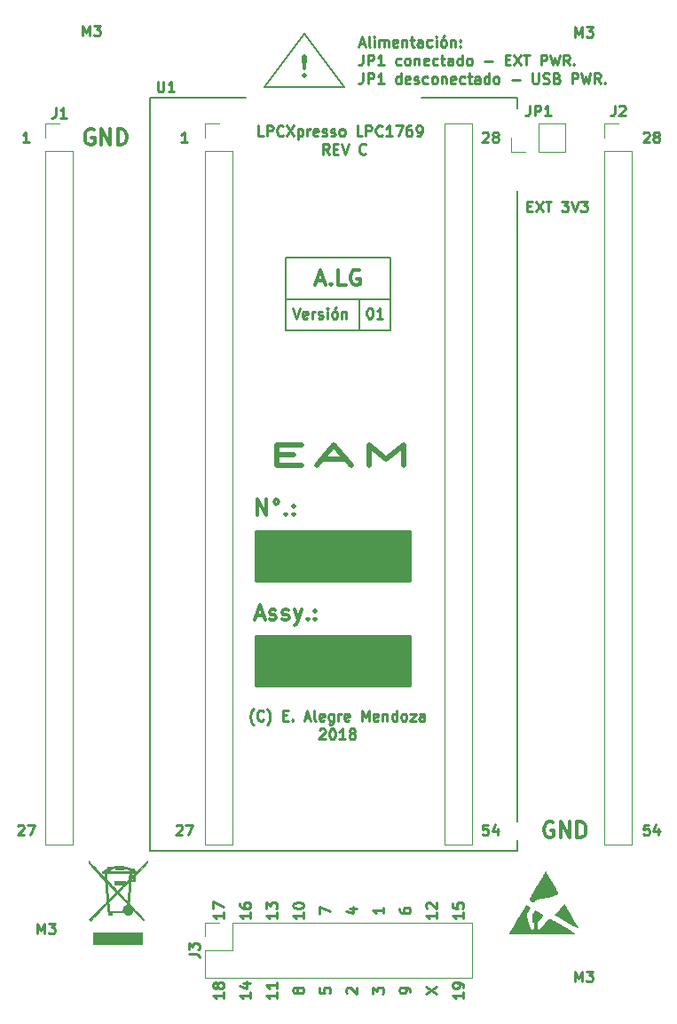
<source format=gbr>
G04 #@! TF.FileFunction,Legend,Top*
%FSLAX46Y46*%
G04 Gerber Fmt 4.6, Leading zero omitted, Abs format (unit mm)*
G04 Created by KiCad (PCBNEW 4.0.7-e2-6376~58~ubuntu16.04.1) date Tue Oct 16 16:27:12 2018*
%MOMM*%
%LPD*%
G01*
G04 APERTURE LIST*
%ADD10C,0.100000*%
%ADD11C,0.350000*%
%ADD12C,0.200000*%
%ADD13C,0.250000*%
%ADD14C,0.300000*%
%ADD15C,0.500000*%
%ADD16C,0.375000*%
%ADD17C,0.150000*%
%ADD18C,0.120000*%
%ADD19C,0.010000*%
%ADD20C,0.254000*%
G04 APERTURE END LIST*
D10*
D11*
X144780000Y-63579286D02*
X144875239Y-63674524D01*
X144780000Y-63769762D01*
X144684762Y-63674524D01*
X144780000Y-63579286D01*
X144780000Y-63769762D01*
X144780000Y-63007857D02*
X144684762Y-61865000D01*
X144780000Y-61769762D01*
X144875239Y-61865000D01*
X144780000Y-63007857D01*
X144780000Y-61769762D01*
D12*
X140970000Y-64770000D02*
X148590000Y-64770000D01*
X144780000Y-59690000D02*
X140970000Y-64770000D01*
X148590000Y-64770000D02*
X144780000Y-59690000D01*
D13*
X166076666Y-76128571D02*
X166410000Y-76128571D01*
X166552857Y-76652381D02*
X166076666Y-76652381D01*
X166076666Y-75652381D01*
X166552857Y-75652381D01*
X166886190Y-75652381D02*
X167552857Y-76652381D01*
X167552857Y-75652381D02*
X166886190Y-76652381D01*
X167790952Y-75652381D02*
X168362381Y-75652381D01*
X168076666Y-76652381D02*
X168076666Y-75652381D01*
X169362381Y-75652381D02*
X169981429Y-75652381D01*
X169648095Y-76033333D01*
X169790953Y-76033333D01*
X169886191Y-76080952D01*
X169933810Y-76128571D01*
X169981429Y-76223810D01*
X169981429Y-76461905D01*
X169933810Y-76557143D01*
X169886191Y-76604762D01*
X169790953Y-76652381D01*
X169505238Y-76652381D01*
X169410000Y-76604762D01*
X169362381Y-76557143D01*
X170267143Y-75652381D02*
X170600476Y-76652381D01*
X170933810Y-75652381D01*
X171171905Y-75652381D02*
X171790953Y-75652381D01*
X171457619Y-76033333D01*
X171600477Y-76033333D01*
X171695715Y-76080952D01*
X171743334Y-76128571D01*
X171790953Y-76223810D01*
X171790953Y-76461905D01*
X171743334Y-76557143D01*
X171695715Y-76604762D01*
X171600477Y-76652381D01*
X171314762Y-76652381D01*
X171219524Y-76604762D01*
X171171905Y-76557143D01*
X150050476Y-60646667D02*
X150526667Y-60646667D01*
X149955238Y-60932381D02*
X150288571Y-59932381D01*
X150621905Y-60932381D01*
X151098095Y-60932381D02*
X151002857Y-60884762D01*
X150955238Y-60789524D01*
X150955238Y-59932381D01*
X151479048Y-60932381D02*
X151479048Y-60265714D01*
X151479048Y-59932381D02*
X151431429Y-59980000D01*
X151479048Y-60027619D01*
X151526667Y-59980000D01*
X151479048Y-59932381D01*
X151479048Y-60027619D01*
X151955238Y-60932381D02*
X151955238Y-60265714D01*
X151955238Y-60360952D02*
X152002857Y-60313333D01*
X152098095Y-60265714D01*
X152240953Y-60265714D01*
X152336191Y-60313333D01*
X152383810Y-60408571D01*
X152383810Y-60932381D01*
X152383810Y-60408571D02*
X152431429Y-60313333D01*
X152526667Y-60265714D01*
X152669524Y-60265714D01*
X152764762Y-60313333D01*
X152812381Y-60408571D01*
X152812381Y-60932381D01*
X153669524Y-60884762D02*
X153574286Y-60932381D01*
X153383809Y-60932381D01*
X153288571Y-60884762D01*
X153240952Y-60789524D01*
X153240952Y-60408571D01*
X153288571Y-60313333D01*
X153383809Y-60265714D01*
X153574286Y-60265714D01*
X153669524Y-60313333D01*
X153717143Y-60408571D01*
X153717143Y-60503810D01*
X153240952Y-60599048D01*
X154145714Y-60265714D02*
X154145714Y-60932381D01*
X154145714Y-60360952D02*
X154193333Y-60313333D01*
X154288571Y-60265714D01*
X154431429Y-60265714D01*
X154526667Y-60313333D01*
X154574286Y-60408571D01*
X154574286Y-60932381D01*
X154907619Y-60265714D02*
X155288571Y-60265714D01*
X155050476Y-59932381D02*
X155050476Y-60789524D01*
X155098095Y-60884762D01*
X155193333Y-60932381D01*
X155288571Y-60932381D01*
X156050477Y-60932381D02*
X156050477Y-60408571D01*
X156002858Y-60313333D01*
X155907620Y-60265714D01*
X155717143Y-60265714D01*
X155621905Y-60313333D01*
X156050477Y-60884762D02*
X155955239Y-60932381D01*
X155717143Y-60932381D01*
X155621905Y-60884762D01*
X155574286Y-60789524D01*
X155574286Y-60694286D01*
X155621905Y-60599048D01*
X155717143Y-60551429D01*
X155955239Y-60551429D01*
X156050477Y-60503810D01*
X156955239Y-60884762D02*
X156860001Y-60932381D01*
X156669524Y-60932381D01*
X156574286Y-60884762D01*
X156526667Y-60837143D01*
X156479048Y-60741905D01*
X156479048Y-60456190D01*
X156526667Y-60360952D01*
X156574286Y-60313333D01*
X156669524Y-60265714D01*
X156860001Y-60265714D01*
X156955239Y-60313333D01*
X157383810Y-60932381D02*
X157383810Y-60265714D01*
X157383810Y-59932381D02*
X157336191Y-59980000D01*
X157383810Y-60027619D01*
X157431429Y-59980000D01*
X157383810Y-59932381D01*
X157383810Y-60027619D01*
X158002857Y-60932381D02*
X157907619Y-60884762D01*
X157860000Y-60837143D01*
X157812381Y-60741905D01*
X157812381Y-60456190D01*
X157860000Y-60360952D01*
X157907619Y-60313333D01*
X158002857Y-60265714D01*
X158145715Y-60265714D01*
X158240953Y-60313333D01*
X158288572Y-60360952D01*
X158336191Y-60456190D01*
X158336191Y-60741905D01*
X158288572Y-60837143D01*
X158240953Y-60884762D01*
X158145715Y-60932381D01*
X158002857Y-60932381D01*
X158193334Y-59884762D02*
X158050476Y-60027619D01*
X158764762Y-60265714D02*
X158764762Y-60932381D01*
X158764762Y-60360952D02*
X158812381Y-60313333D01*
X158907619Y-60265714D01*
X159050477Y-60265714D01*
X159145715Y-60313333D01*
X159193334Y-60408571D01*
X159193334Y-60932381D01*
X159669524Y-60837143D02*
X159717143Y-60884762D01*
X159669524Y-60932381D01*
X159621905Y-60884762D01*
X159669524Y-60837143D01*
X159669524Y-60932381D01*
X159669524Y-60313333D02*
X159717143Y-60360952D01*
X159669524Y-60408571D01*
X159621905Y-60360952D01*
X159669524Y-60313333D01*
X159669524Y-60408571D01*
X150383810Y-61682381D02*
X150383810Y-62396667D01*
X150336190Y-62539524D01*
X150240952Y-62634762D01*
X150098095Y-62682381D01*
X150002857Y-62682381D01*
X150860000Y-62682381D02*
X150860000Y-61682381D01*
X151240953Y-61682381D01*
X151336191Y-61730000D01*
X151383810Y-61777619D01*
X151431429Y-61872857D01*
X151431429Y-62015714D01*
X151383810Y-62110952D01*
X151336191Y-62158571D01*
X151240953Y-62206190D01*
X150860000Y-62206190D01*
X152383810Y-62682381D02*
X151812381Y-62682381D01*
X152098095Y-62682381D02*
X152098095Y-61682381D01*
X152002857Y-61825238D01*
X151907619Y-61920476D01*
X151812381Y-61968095D01*
X154002858Y-62634762D02*
X153907620Y-62682381D01*
X153717143Y-62682381D01*
X153621905Y-62634762D01*
X153574286Y-62587143D01*
X153526667Y-62491905D01*
X153526667Y-62206190D01*
X153574286Y-62110952D01*
X153621905Y-62063333D01*
X153717143Y-62015714D01*
X153907620Y-62015714D01*
X154002858Y-62063333D01*
X154574286Y-62682381D02*
X154479048Y-62634762D01*
X154431429Y-62587143D01*
X154383810Y-62491905D01*
X154383810Y-62206190D01*
X154431429Y-62110952D01*
X154479048Y-62063333D01*
X154574286Y-62015714D01*
X154717144Y-62015714D01*
X154812382Y-62063333D01*
X154860001Y-62110952D01*
X154907620Y-62206190D01*
X154907620Y-62491905D01*
X154860001Y-62587143D01*
X154812382Y-62634762D01*
X154717144Y-62682381D01*
X154574286Y-62682381D01*
X155336191Y-62015714D02*
X155336191Y-62682381D01*
X155336191Y-62110952D02*
X155383810Y-62063333D01*
X155479048Y-62015714D01*
X155621906Y-62015714D01*
X155717144Y-62063333D01*
X155764763Y-62158571D01*
X155764763Y-62682381D01*
X156621906Y-62634762D02*
X156526668Y-62682381D01*
X156336191Y-62682381D01*
X156240953Y-62634762D01*
X156193334Y-62539524D01*
X156193334Y-62158571D01*
X156240953Y-62063333D01*
X156336191Y-62015714D01*
X156526668Y-62015714D01*
X156621906Y-62063333D01*
X156669525Y-62158571D01*
X156669525Y-62253810D01*
X156193334Y-62349048D01*
X157526668Y-62634762D02*
X157431430Y-62682381D01*
X157240953Y-62682381D01*
X157145715Y-62634762D01*
X157098096Y-62587143D01*
X157050477Y-62491905D01*
X157050477Y-62206190D01*
X157098096Y-62110952D01*
X157145715Y-62063333D01*
X157240953Y-62015714D01*
X157431430Y-62015714D01*
X157526668Y-62063333D01*
X157812382Y-62015714D02*
X158193334Y-62015714D01*
X157955239Y-61682381D02*
X157955239Y-62539524D01*
X158002858Y-62634762D01*
X158098096Y-62682381D01*
X158193334Y-62682381D01*
X158955240Y-62682381D02*
X158955240Y-62158571D01*
X158907621Y-62063333D01*
X158812383Y-62015714D01*
X158621906Y-62015714D01*
X158526668Y-62063333D01*
X158955240Y-62634762D02*
X158860002Y-62682381D01*
X158621906Y-62682381D01*
X158526668Y-62634762D01*
X158479049Y-62539524D01*
X158479049Y-62444286D01*
X158526668Y-62349048D01*
X158621906Y-62301429D01*
X158860002Y-62301429D01*
X158955240Y-62253810D01*
X159860002Y-62682381D02*
X159860002Y-61682381D01*
X159860002Y-62634762D02*
X159764764Y-62682381D01*
X159574287Y-62682381D01*
X159479049Y-62634762D01*
X159431430Y-62587143D01*
X159383811Y-62491905D01*
X159383811Y-62206190D01*
X159431430Y-62110952D01*
X159479049Y-62063333D01*
X159574287Y-62015714D01*
X159764764Y-62015714D01*
X159860002Y-62063333D01*
X160479049Y-62682381D02*
X160383811Y-62634762D01*
X160336192Y-62587143D01*
X160288573Y-62491905D01*
X160288573Y-62206190D01*
X160336192Y-62110952D01*
X160383811Y-62063333D01*
X160479049Y-62015714D01*
X160621907Y-62015714D01*
X160717145Y-62063333D01*
X160764764Y-62110952D01*
X160812383Y-62206190D01*
X160812383Y-62491905D01*
X160764764Y-62587143D01*
X160717145Y-62634762D01*
X160621907Y-62682381D01*
X160479049Y-62682381D01*
X162002859Y-62301429D02*
X162764764Y-62301429D01*
X164002859Y-62158571D02*
X164336193Y-62158571D01*
X164479050Y-62682381D02*
X164002859Y-62682381D01*
X164002859Y-61682381D01*
X164479050Y-61682381D01*
X164812383Y-61682381D02*
X165479050Y-62682381D01*
X165479050Y-61682381D02*
X164812383Y-62682381D01*
X165717145Y-61682381D02*
X166288574Y-61682381D01*
X166002859Y-62682381D02*
X166002859Y-61682381D01*
X167383812Y-62682381D02*
X167383812Y-61682381D01*
X167764765Y-61682381D01*
X167860003Y-61730000D01*
X167907622Y-61777619D01*
X167955241Y-61872857D01*
X167955241Y-62015714D01*
X167907622Y-62110952D01*
X167860003Y-62158571D01*
X167764765Y-62206190D01*
X167383812Y-62206190D01*
X168288574Y-61682381D02*
X168526669Y-62682381D01*
X168717146Y-61968095D01*
X168907622Y-62682381D01*
X169145717Y-61682381D01*
X170098098Y-62682381D02*
X169764764Y-62206190D01*
X169526669Y-62682381D02*
X169526669Y-61682381D01*
X169907622Y-61682381D01*
X170002860Y-61730000D01*
X170050479Y-61777619D01*
X170098098Y-61872857D01*
X170098098Y-62015714D01*
X170050479Y-62110952D01*
X170002860Y-62158571D01*
X169907622Y-62206190D01*
X169526669Y-62206190D01*
X170526669Y-62587143D02*
X170574288Y-62634762D01*
X170526669Y-62682381D01*
X170479050Y-62634762D01*
X170526669Y-62587143D01*
X170526669Y-62682381D01*
X150383810Y-63432381D02*
X150383810Y-64146667D01*
X150336190Y-64289524D01*
X150240952Y-64384762D01*
X150098095Y-64432381D01*
X150002857Y-64432381D01*
X150860000Y-64432381D02*
X150860000Y-63432381D01*
X151240953Y-63432381D01*
X151336191Y-63480000D01*
X151383810Y-63527619D01*
X151431429Y-63622857D01*
X151431429Y-63765714D01*
X151383810Y-63860952D01*
X151336191Y-63908571D01*
X151240953Y-63956190D01*
X150860000Y-63956190D01*
X152383810Y-64432381D02*
X151812381Y-64432381D01*
X152098095Y-64432381D02*
X152098095Y-63432381D01*
X152002857Y-63575238D01*
X151907619Y-63670476D01*
X151812381Y-63718095D01*
X154002858Y-64432381D02*
X154002858Y-63432381D01*
X154002858Y-64384762D02*
X153907620Y-64432381D01*
X153717143Y-64432381D01*
X153621905Y-64384762D01*
X153574286Y-64337143D01*
X153526667Y-64241905D01*
X153526667Y-63956190D01*
X153574286Y-63860952D01*
X153621905Y-63813333D01*
X153717143Y-63765714D01*
X153907620Y-63765714D01*
X154002858Y-63813333D01*
X154860001Y-64384762D02*
X154764763Y-64432381D01*
X154574286Y-64432381D01*
X154479048Y-64384762D01*
X154431429Y-64289524D01*
X154431429Y-63908571D01*
X154479048Y-63813333D01*
X154574286Y-63765714D01*
X154764763Y-63765714D01*
X154860001Y-63813333D01*
X154907620Y-63908571D01*
X154907620Y-64003810D01*
X154431429Y-64099048D01*
X155288572Y-64384762D02*
X155383810Y-64432381D01*
X155574286Y-64432381D01*
X155669525Y-64384762D01*
X155717144Y-64289524D01*
X155717144Y-64241905D01*
X155669525Y-64146667D01*
X155574286Y-64099048D01*
X155431429Y-64099048D01*
X155336191Y-64051429D01*
X155288572Y-63956190D01*
X155288572Y-63908571D01*
X155336191Y-63813333D01*
X155431429Y-63765714D01*
X155574286Y-63765714D01*
X155669525Y-63813333D01*
X156574287Y-64384762D02*
X156479049Y-64432381D01*
X156288572Y-64432381D01*
X156193334Y-64384762D01*
X156145715Y-64337143D01*
X156098096Y-64241905D01*
X156098096Y-63956190D01*
X156145715Y-63860952D01*
X156193334Y-63813333D01*
X156288572Y-63765714D01*
X156479049Y-63765714D01*
X156574287Y-63813333D01*
X157145715Y-64432381D02*
X157050477Y-64384762D01*
X157002858Y-64337143D01*
X156955239Y-64241905D01*
X156955239Y-63956190D01*
X157002858Y-63860952D01*
X157050477Y-63813333D01*
X157145715Y-63765714D01*
X157288573Y-63765714D01*
X157383811Y-63813333D01*
X157431430Y-63860952D01*
X157479049Y-63956190D01*
X157479049Y-64241905D01*
X157431430Y-64337143D01*
X157383811Y-64384762D01*
X157288573Y-64432381D01*
X157145715Y-64432381D01*
X157907620Y-63765714D02*
X157907620Y-64432381D01*
X157907620Y-63860952D02*
X157955239Y-63813333D01*
X158050477Y-63765714D01*
X158193335Y-63765714D01*
X158288573Y-63813333D01*
X158336192Y-63908571D01*
X158336192Y-64432381D01*
X159193335Y-64384762D02*
X159098097Y-64432381D01*
X158907620Y-64432381D01*
X158812382Y-64384762D01*
X158764763Y-64289524D01*
X158764763Y-63908571D01*
X158812382Y-63813333D01*
X158907620Y-63765714D01*
X159098097Y-63765714D01*
X159193335Y-63813333D01*
X159240954Y-63908571D01*
X159240954Y-64003810D01*
X158764763Y-64099048D01*
X160098097Y-64384762D02*
X160002859Y-64432381D01*
X159812382Y-64432381D01*
X159717144Y-64384762D01*
X159669525Y-64337143D01*
X159621906Y-64241905D01*
X159621906Y-63956190D01*
X159669525Y-63860952D01*
X159717144Y-63813333D01*
X159812382Y-63765714D01*
X160002859Y-63765714D01*
X160098097Y-63813333D01*
X160383811Y-63765714D02*
X160764763Y-63765714D01*
X160526668Y-63432381D02*
X160526668Y-64289524D01*
X160574287Y-64384762D01*
X160669525Y-64432381D01*
X160764763Y-64432381D01*
X161526669Y-64432381D02*
X161526669Y-63908571D01*
X161479050Y-63813333D01*
X161383812Y-63765714D01*
X161193335Y-63765714D01*
X161098097Y-63813333D01*
X161526669Y-64384762D02*
X161431431Y-64432381D01*
X161193335Y-64432381D01*
X161098097Y-64384762D01*
X161050478Y-64289524D01*
X161050478Y-64194286D01*
X161098097Y-64099048D01*
X161193335Y-64051429D01*
X161431431Y-64051429D01*
X161526669Y-64003810D01*
X162431431Y-64432381D02*
X162431431Y-63432381D01*
X162431431Y-64384762D02*
X162336193Y-64432381D01*
X162145716Y-64432381D01*
X162050478Y-64384762D01*
X162002859Y-64337143D01*
X161955240Y-64241905D01*
X161955240Y-63956190D01*
X162002859Y-63860952D01*
X162050478Y-63813333D01*
X162145716Y-63765714D01*
X162336193Y-63765714D01*
X162431431Y-63813333D01*
X163050478Y-64432381D02*
X162955240Y-64384762D01*
X162907621Y-64337143D01*
X162860002Y-64241905D01*
X162860002Y-63956190D01*
X162907621Y-63860952D01*
X162955240Y-63813333D01*
X163050478Y-63765714D01*
X163193336Y-63765714D01*
X163288574Y-63813333D01*
X163336193Y-63860952D01*
X163383812Y-63956190D01*
X163383812Y-64241905D01*
X163336193Y-64337143D01*
X163288574Y-64384762D01*
X163193336Y-64432381D01*
X163050478Y-64432381D01*
X164574288Y-64051429D02*
X165336193Y-64051429D01*
X166574288Y-63432381D02*
X166574288Y-64241905D01*
X166621907Y-64337143D01*
X166669526Y-64384762D01*
X166764764Y-64432381D01*
X166955241Y-64432381D01*
X167050479Y-64384762D01*
X167098098Y-64337143D01*
X167145717Y-64241905D01*
X167145717Y-63432381D01*
X167574288Y-64384762D02*
X167717145Y-64432381D01*
X167955241Y-64432381D01*
X168050479Y-64384762D01*
X168098098Y-64337143D01*
X168145717Y-64241905D01*
X168145717Y-64146667D01*
X168098098Y-64051429D01*
X168050479Y-64003810D01*
X167955241Y-63956190D01*
X167764764Y-63908571D01*
X167669526Y-63860952D01*
X167621907Y-63813333D01*
X167574288Y-63718095D01*
X167574288Y-63622857D01*
X167621907Y-63527619D01*
X167669526Y-63480000D01*
X167764764Y-63432381D01*
X168002860Y-63432381D01*
X168145717Y-63480000D01*
X168907622Y-63908571D02*
X169050479Y-63956190D01*
X169098098Y-64003810D01*
X169145717Y-64099048D01*
X169145717Y-64241905D01*
X169098098Y-64337143D01*
X169050479Y-64384762D01*
X168955241Y-64432381D01*
X168574288Y-64432381D01*
X168574288Y-63432381D01*
X168907622Y-63432381D01*
X169002860Y-63480000D01*
X169050479Y-63527619D01*
X169098098Y-63622857D01*
X169098098Y-63718095D01*
X169050479Y-63813333D01*
X169002860Y-63860952D01*
X168907622Y-63908571D01*
X168574288Y-63908571D01*
X170336193Y-64432381D02*
X170336193Y-63432381D01*
X170717146Y-63432381D01*
X170812384Y-63480000D01*
X170860003Y-63527619D01*
X170907622Y-63622857D01*
X170907622Y-63765714D01*
X170860003Y-63860952D01*
X170812384Y-63908571D01*
X170717146Y-63956190D01*
X170336193Y-63956190D01*
X171240955Y-63432381D02*
X171479050Y-64432381D01*
X171669527Y-63718095D01*
X171860003Y-64432381D01*
X172098098Y-63432381D01*
X173050479Y-64432381D02*
X172717145Y-63956190D01*
X172479050Y-64432381D02*
X172479050Y-63432381D01*
X172860003Y-63432381D01*
X172955241Y-63480000D01*
X173002860Y-63527619D01*
X173050479Y-63622857D01*
X173050479Y-63765714D01*
X173002860Y-63860952D01*
X172955241Y-63908571D01*
X172860003Y-63956190D01*
X172479050Y-63956190D01*
X173479050Y-64337143D02*
X173526669Y-64384762D01*
X173479050Y-64432381D01*
X173431431Y-64384762D01*
X173479050Y-64337143D01*
X173479050Y-64432381D01*
X162321905Y-135088381D02*
X161845714Y-135088381D01*
X161798095Y-135564571D01*
X161845714Y-135516952D01*
X161940952Y-135469333D01*
X162179048Y-135469333D01*
X162274286Y-135516952D01*
X162321905Y-135564571D01*
X162369524Y-135659810D01*
X162369524Y-135897905D01*
X162321905Y-135993143D01*
X162274286Y-136040762D01*
X162179048Y-136088381D01*
X161940952Y-136088381D01*
X161845714Y-136040762D01*
X161798095Y-135993143D01*
X163226667Y-135421714D02*
X163226667Y-136088381D01*
X162988571Y-135040762D02*
X162750476Y-135755048D01*
X163369524Y-135755048D01*
X161798095Y-69143619D02*
X161845714Y-69096000D01*
X161940952Y-69048381D01*
X162179048Y-69048381D01*
X162274286Y-69096000D01*
X162321905Y-69143619D01*
X162369524Y-69238857D01*
X162369524Y-69334095D01*
X162321905Y-69476952D01*
X161750476Y-70048381D01*
X162369524Y-70048381D01*
X162940952Y-69476952D02*
X162845714Y-69429333D01*
X162798095Y-69381714D01*
X162750476Y-69286476D01*
X162750476Y-69238857D01*
X162798095Y-69143619D01*
X162845714Y-69096000D01*
X162940952Y-69048381D01*
X163131429Y-69048381D01*
X163226667Y-69096000D01*
X163274286Y-69143619D01*
X163321905Y-69238857D01*
X163321905Y-69286476D01*
X163274286Y-69381714D01*
X163226667Y-69429333D01*
X163131429Y-69476952D01*
X162940952Y-69476952D01*
X162845714Y-69524571D01*
X162798095Y-69572190D01*
X162750476Y-69667429D01*
X162750476Y-69857905D01*
X162798095Y-69953143D01*
X162845714Y-70000762D01*
X162940952Y-70048381D01*
X163131429Y-70048381D01*
X163226667Y-70000762D01*
X163274286Y-69953143D01*
X163321905Y-69857905D01*
X163321905Y-69667429D01*
X163274286Y-69572190D01*
X163226667Y-69524571D01*
X163131429Y-69476952D01*
X132588095Y-135183619D02*
X132635714Y-135136000D01*
X132730952Y-135088381D01*
X132969048Y-135088381D01*
X133064286Y-135136000D01*
X133111905Y-135183619D01*
X133159524Y-135278857D01*
X133159524Y-135374095D01*
X133111905Y-135516952D01*
X132540476Y-136088381D01*
X133159524Y-136088381D01*
X133492857Y-135088381D02*
X134159524Y-135088381D01*
X133730952Y-136088381D01*
X133635715Y-70048381D02*
X133064286Y-70048381D01*
X133350000Y-70048381D02*
X133350000Y-69048381D01*
X133254762Y-69191238D01*
X133159524Y-69286476D01*
X133064286Y-69334095D01*
D14*
X124714143Y-68846000D02*
X124571286Y-68774571D01*
X124357000Y-68774571D01*
X124142715Y-68846000D01*
X123999857Y-68988857D01*
X123928429Y-69131714D01*
X123857000Y-69417429D01*
X123857000Y-69631714D01*
X123928429Y-69917429D01*
X123999857Y-70060286D01*
X124142715Y-70203143D01*
X124357000Y-70274571D01*
X124499857Y-70274571D01*
X124714143Y-70203143D01*
X124785572Y-70131714D01*
X124785572Y-69631714D01*
X124499857Y-69631714D01*
X125428429Y-70274571D02*
X125428429Y-68774571D01*
X126285572Y-70274571D01*
X126285572Y-68774571D01*
X126999858Y-70274571D02*
X126999858Y-68774571D01*
X127357001Y-68774571D01*
X127571286Y-68846000D01*
X127714144Y-68988857D01*
X127785572Y-69131714D01*
X127857001Y-69417429D01*
X127857001Y-69631714D01*
X127785572Y-69917429D01*
X127714144Y-70060286D01*
X127571286Y-70203143D01*
X127357001Y-70274571D01*
X126999858Y-70274571D01*
D12*
X150052000Y-84996000D02*
X150052000Y-87996000D01*
X153052000Y-80996000D02*
X153052000Y-81996000D01*
X143052000Y-80996000D02*
X153052000Y-80996000D01*
X143052000Y-81996000D02*
X143052000Y-80996000D01*
X143052000Y-84996000D02*
X148052000Y-84996000D01*
X153052000Y-84996000D02*
X143052000Y-84996000D01*
X153052000Y-87996000D02*
X153052000Y-81996000D01*
X143052000Y-87996000D02*
X153052000Y-87996000D01*
X143052000Y-81996000D02*
X143052000Y-87996000D01*
D14*
X140335714Y-105590571D02*
X140335714Y-104090571D01*
X141192857Y-105590571D01*
X141192857Y-104090571D01*
X142121429Y-104090571D02*
X141978571Y-104162000D01*
X141907143Y-104304857D01*
X141978571Y-104447714D01*
X142121429Y-104519143D01*
X142264286Y-104447714D01*
X142335714Y-104304857D01*
X142264286Y-104162000D01*
X142121429Y-104090571D01*
X143050000Y-105447714D02*
X143121428Y-105519143D01*
X143050000Y-105590571D01*
X142978571Y-105519143D01*
X143050000Y-105447714D01*
X143050000Y-105590571D01*
X143764286Y-105447714D02*
X143835714Y-105519143D01*
X143764286Y-105590571D01*
X143692857Y-105519143D01*
X143764286Y-105447714D01*
X143764286Y-105590571D01*
X143764286Y-104662000D02*
X143835714Y-104733429D01*
X143764286Y-104804857D01*
X143692857Y-104733429D01*
X143764286Y-104662000D01*
X143764286Y-104804857D01*
X140192857Y-115162000D02*
X140907143Y-115162000D01*
X140050000Y-115590571D02*
X140550000Y-114090571D01*
X141050000Y-115590571D01*
X141478571Y-115519143D02*
X141621428Y-115590571D01*
X141907143Y-115590571D01*
X142050000Y-115519143D01*
X142121428Y-115376286D01*
X142121428Y-115304857D01*
X142050000Y-115162000D01*
X141907143Y-115090571D01*
X141692857Y-115090571D01*
X141550000Y-115019143D01*
X141478571Y-114876286D01*
X141478571Y-114804857D01*
X141550000Y-114662000D01*
X141692857Y-114590571D01*
X141907143Y-114590571D01*
X142050000Y-114662000D01*
X142692857Y-115519143D02*
X142835714Y-115590571D01*
X143121429Y-115590571D01*
X143264286Y-115519143D01*
X143335714Y-115376286D01*
X143335714Y-115304857D01*
X143264286Y-115162000D01*
X143121429Y-115090571D01*
X142907143Y-115090571D01*
X142764286Y-115019143D01*
X142692857Y-114876286D01*
X142692857Y-114804857D01*
X142764286Y-114662000D01*
X142907143Y-114590571D01*
X143121429Y-114590571D01*
X143264286Y-114662000D01*
X143835715Y-114590571D02*
X144192858Y-115590571D01*
X144550000Y-114590571D02*
X144192858Y-115590571D01*
X144050000Y-115947714D01*
X143978572Y-116019143D01*
X143835715Y-116090571D01*
X145121429Y-115447714D02*
X145192857Y-115519143D01*
X145121429Y-115590571D01*
X145050000Y-115519143D01*
X145121429Y-115447714D01*
X145121429Y-115590571D01*
X145835715Y-115447714D02*
X145907143Y-115519143D01*
X145835715Y-115590571D01*
X145764286Y-115519143D01*
X145835715Y-115447714D01*
X145835715Y-115590571D01*
X145835715Y-114662000D02*
X145907143Y-114733429D01*
X145835715Y-114804857D01*
X145764286Y-114733429D01*
X145835715Y-114662000D01*
X145835715Y-114804857D01*
D13*
X143718666Y-85828381D02*
X144051999Y-86828381D01*
X144385333Y-85828381D01*
X145099619Y-86780762D02*
X145004381Y-86828381D01*
X144813904Y-86828381D01*
X144718666Y-86780762D01*
X144671047Y-86685524D01*
X144671047Y-86304571D01*
X144718666Y-86209333D01*
X144813904Y-86161714D01*
X145004381Y-86161714D01*
X145099619Y-86209333D01*
X145147238Y-86304571D01*
X145147238Y-86399810D01*
X144671047Y-86495048D01*
X145575809Y-86828381D02*
X145575809Y-86161714D01*
X145575809Y-86352190D02*
X145623428Y-86256952D01*
X145671047Y-86209333D01*
X145766285Y-86161714D01*
X145861524Y-86161714D01*
X146147238Y-86780762D02*
X146242476Y-86828381D01*
X146432952Y-86828381D01*
X146528191Y-86780762D01*
X146575810Y-86685524D01*
X146575810Y-86637905D01*
X146528191Y-86542667D01*
X146432952Y-86495048D01*
X146290095Y-86495048D01*
X146194857Y-86447429D01*
X146147238Y-86352190D01*
X146147238Y-86304571D01*
X146194857Y-86209333D01*
X146290095Y-86161714D01*
X146432952Y-86161714D01*
X146528191Y-86209333D01*
X147004381Y-86828381D02*
X147004381Y-86161714D01*
X147004381Y-85828381D02*
X146956762Y-85876000D01*
X147004381Y-85923619D01*
X147052000Y-85876000D01*
X147004381Y-85828381D01*
X147004381Y-85923619D01*
X147623428Y-86828381D02*
X147528190Y-86780762D01*
X147480571Y-86733143D01*
X147432952Y-86637905D01*
X147432952Y-86352190D01*
X147480571Y-86256952D01*
X147528190Y-86209333D01*
X147623428Y-86161714D01*
X147766286Y-86161714D01*
X147861524Y-86209333D01*
X147909143Y-86256952D01*
X147956762Y-86352190D01*
X147956762Y-86637905D01*
X147909143Y-86733143D01*
X147861524Y-86780762D01*
X147766286Y-86828381D01*
X147623428Y-86828381D01*
X147813905Y-85780762D02*
X147671047Y-85923619D01*
X148385333Y-86161714D02*
X148385333Y-86828381D01*
X148385333Y-86256952D02*
X148432952Y-86209333D01*
X148528190Y-86161714D01*
X148671048Y-86161714D01*
X148766286Y-86209333D01*
X148813905Y-86304571D01*
X148813905Y-86828381D01*
X151004381Y-85828381D02*
X151099620Y-85828381D01*
X151194858Y-85876000D01*
X151242477Y-85923619D01*
X151290096Y-86018857D01*
X151337715Y-86209333D01*
X151337715Y-86447429D01*
X151290096Y-86637905D01*
X151242477Y-86733143D01*
X151194858Y-86780762D01*
X151099620Y-86828381D01*
X151004381Y-86828381D01*
X150909143Y-86780762D01*
X150861524Y-86733143D01*
X150813905Y-86637905D01*
X150766286Y-86447429D01*
X150766286Y-86209333D01*
X150813905Y-86018857D01*
X150861524Y-85923619D01*
X150909143Y-85876000D01*
X151004381Y-85828381D01*
X152290096Y-86828381D02*
X151718667Y-86828381D01*
X152004381Y-86828381D02*
X152004381Y-85828381D01*
X151909143Y-85971238D01*
X151813905Y-86066476D01*
X151718667Y-86114095D01*
D15*
X142137571Y-99806143D02*
X143804238Y-99806143D01*
X144518524Y-100853762D02*
X142137571Y-100853762D01*
X142137571Y-98853762D01*
X144518524Y-98853762D01*
X146423286Y-100282333D02*
X148804238Y-100282333D01*
X145947095Y-100853762D02*
X147613762Y-98853762D01*
X149280429Y-100853762D01*
X150947095Y-100853762D02*
X150947095Y-98853762D01*
X152613762Y-100282333D01*
X154280429Y-98853762D01*
X154280429Y-100853762D01*
D16*
X145980571Y-83246000D02*
X146694857Y-83246000D01*
X145837714Y-83674571D02*
X146337714Y-82174571D01*
X146837714Y-83674571D01*
X147337714Y-83531714D02*
X147409142Y-83603143D01*
X147337714Y-83674571D01*
X147266285Y-83603143D01*
X147337714Y-83531714D01*
X147337714Y-83674571D01*
X148766286Y-83674571D02*
X148052000Y-83674571D01*
X148052000Y-82174571D01*
X150052000Y-82246000D02*
X149909143Y-82174571D01*
X149694857Y-82174571D01*
X149480572Y-82246000D01*
X149337714Y-82388857D01*
X149266286Y-82531714D01*
X149194857Y-82817429D01*
X149194857Y-83031714D01*
X149266286Y-83317429D01*
X149337714Y-83460286D01*
X149480572Y-83603143D01*
X149694857Y-83674571D01*
X149837714Y-83674571D01*
X150052000Y-83603143D01*
X150123429Y-83531714D01*
X150123429Y-83031714D01*
X149837714Y-83031714D01*
D13*
X139954999Y-125561333D02*
X139907379Y-125513714D01*
X139812141Y-125370857D01*
X139764522Y-125275619D01*
X139716903Y-125132762D01*
X139669284Y-124894667D01*
X139669284Y-124704190D01*
X139716903Y-124466095D01*
X139764522Y-124323238D01*
X139812141Y-124228000D01*
X139907379Y-124085143D01*
X139954999Y-124037524D01*
X140907380Y-125085143D02*
X140859761Y-125132762D01*
X140716904Y-125180381D01*
X140621666Y-125180381D01*
X140478808Y-125132762D01*
X140383570Y-125037524D01*
X140335951Y-124942286D01*
X140288332Y-124751810D01*
X140288332Y-124608952D01*
X140335951Y-124418476D01*
X140383570Y-124323238D01*
X140478808Y-124228000D01*
X140621666Y-124180381D01*
X140716904Y-124180381D01*
X140859761Y-124228000D01*
X140907380Y-124275619D01*
X141240713Y-125561333D02*
X141288332Y-125513714D01*
X141383570Y-125370857D01*
X141431189Y-125275619D01*
X141478808Y-125132762D01*
X141526427Y-124894667D01*
X141526427Y-124704190D01*
X141478808Y-124466095D01*
X141431189Y-124323238D01*
X141383570Y-124228000D01*
X141288332Y-124085143D01*
X141240713Y-124037524D01*
X142764523Y-124656571D02*
X143097857Y-124656571D01*
X143240714Y-125180381D02*
X142764523Y-125180381D01*
X142764523Y-124180381D01*
X143240714Y-124180381D01*
X143669285Y-125085143D02*
X143716904Y-125132762D01*
X143669285Y-125180381D01*
X143621666Y-125132762D01*
X143669285Y-125085143D01*
X143669285Y-125180381D01*
X144859761Y-124894667D02*
X145335952Y-124894667D01*
X144764523Y-125180381D02*
X145097856Y-124180381D01*
X145431190Y-125180381D01*
X145907380Y-125180381D02*
X145812142Y-125132762D01*
X145764523Y-125037524D01*
X145764523Y-124180381D01*
X146669286Y-125132762D02*
X146574048Y-125180381D01*
X146383571Y-125180381D01*
X146288333Y-125132762D01*
X146240714Y-125037524D01*
X146240714Y-124656571D01*
X146288333Y-124561333D01*
X146383571Y-124513714D01*
X146574048Y-124513714D01*
X146669286Y-124561333D01*
X146716905Y-124656571D01*
X146716905Y-124751810D01*
X146240714Y-124847048D01*
X147574048Y-124513714D02*
X147574048Y-125323238D01*
X147526429Y-125418476D01*
X147478810Y-125466095D01*
X147383571Y-125513714D01*
X147240714Y-125513714D01*
X147145476Y-125466095D01*
X147574048Y-125132762D02*
X147478810Y-125180381D01*
X147288333Y-125180381D01*
X147193095Y-125132762D01*
X147145476Y-125085143D01*
X147097857Y-124989905D01*
X147097857Y-124704190D01*
X147145476Y-124608952D01*
X147193095Y-124561333D01*
X147288333Y-124513714D01*
X147478810Y-124513714D01*
X147574048Y-124561333D01*
X148050238Y-125180381D02*
X148050238Y-124513714D01*
X148050238Y-124704190D02*
X148097857Y-124608952D01*
X148145476Y-124561333D01*
X148240714Y-124513714D01*
X148335953Y-124513714D01*
X149050239Y-125132762D02*
X148955001Y-125180381D01*
X148764524Y-125180381D01*
X148669286Y-125132762D01*
X148621667Y-125037524D01*
X148621667Y-124656571D01*
X148669286Y-124561333D01*
X148764524Y-124513714D01*
X148955001Y-124513714D01*
X149050239Y-124561333D01*
X149097858Y-124656571D01*
X149097858Y-124751810D01*
X148621667Y-124847048D01*
X150288334Y-125180381D02*
X150288334Y-124180381D01*
X150621668Y-124894667D01*
X150955001Y-124180381D01*
X150955001Y-125180381D01*
X151812144Y-125132762D02*
X151716906Y-125180381D01*
X151526429Y-125180381D01*
X151431191Y-125132762D01*
X151383572Y-125037524D01*
X151383572Y-124656571D01*
X151431191Y-124561333D01*
X151526429Y-124513714D01*
X151716906Y-124513714D01*
X151812144Y-124561333D01*
X151859763Y-124656571D01*
X151859763Y-124751810D01*
X151383572Y-124847048D01*
X152288334Y-124513714D02*
X152288334Y-125180381D01*
X152288334Y-124608952D02*
X152335953Y-124561333D01*
X152431191Y-124513714D01*
X152574049Y-124513714D01*
X152669287Y-124561333D01*
X152716906Y-124656571D01*
X152716906Y-125180381D01*
X153621668Y-125180381D02*
X153621668Y-124180381D01*
X153621668Y-125132762D02*
X153526430Y-125180381D01*
X153335953Y-125180381D01*
X153240715Y-125132762D01*
X153193096Y-125085143D01*
X153145477Y-124989905D01*
X153145477Y-124704190D01*
X153193096Y-124608952D01*
X153240715Y-124561333D01*
X153335953Y-124513714D01*
X153526430Y-124513714D01*
X153621668Y-124561333D01*
X154240715Y-125180381D02*
X154145477Y-125132762D01*
X154097858Y-125085143D01*
X154050239Y-124989905D01*
X154050239Y-124704190D01*
X154097858Y-124608952D01*
X154145477Y-124561333D01*
X154240715Y-124513714D01*
X154383573Y-124513714D01*
X154478811Y-124561333D01*
X154526430Y-124608952D01*
X154574049Y-124704190D01*
X154574049Y-124989905D01*
X154526430Y-125085143D01*
X154478811Y-125132762D01*
X154383573Y-125180381D01*
X154240715Y-125180381D01*
X154907382Y-124513714D02*
X155431192Y-124513714D01*
X154907382Y-125180381D01*
X155431192Y-125180381D01*
X156240716Y-125180381D02*
X156240716Y-124656571D01*
X156193097Y-124561333D01*
X156097859Y-124513714D01*
X155907382Y-124513714D01*
X155812144Y-124561333D01*
X156240716Y-125132762D02*
X156145478Y-125180381D01*
X155907382Y-125180381D01*
X155812144Y-125132762D01*
X155764525Y-125037524D01*
X155764525Y-124942286D01*
X155812144Y-124847048D01*
X155907382Y-124799429D01*
X156145478Y-124799429D01*
X156240716Y-124751810D01*
X146240714Y-126025619D02*
X146288333Y-125978000D01*
X146383571Y-125930381D01*
X146621667Y-125930381D01*
X146716905Y-125978000D01*
X146764524Y-126025619D01*
X146812143Y-126120857D01*
X146812143Y-126216095D01*
X146764524Y-126358952D01*
X146193095Y-126930381D01*
X146812143Y-126930381D01*
X147431190Y-125930381D02*
X147526429Y-125930381D01*
X147621667Y-125978000D01*
X147669286Y-126025619D01*
X147716905Y-126120857D01*
X147764524Y-126311333D01*
X147764524Y-126549429D01*
X147716905Y-126739905D01*
X147669286Y-126835143D01*
X147621667Y-126882762D01*
X147526429Y-126930381D01*
X147431190Y-126930381D01*
X147335952Y-126882762D01*
X147288333Y-126835143D01*
X147240714Y-126739905D01*
X147193095Y-126549429D01*
X147193095Y-126311333D01*
X147240714Y-126120857D01*
X147288333Y-126025619D01*
X147335952Y-125978000D01*
X147431190Y-125930381D01*
X148716905Y-126930381D02*
X148145476Y-126930381D01*
X148431190Y-126930381D02*
X148431190Y-125930381D01*
X148335952Y-126073238D01*
X148240714Y-126168476D01*
X148145476Y-126216095D01*
X149288333Y-126358952D02*
X149193095Y-126311333D01*
X149145476Y-126263714D01*
X149097857Y-126168476D01*
X149097857Y-126120857D01*
X149145476Y-126025619D01*
X149193095Y-125978000D01*
X149288333Y-125930381D01*
X149478810Y-125930381D01*
X149574048Y-125978000D01*
X149621667Y-126025619D01*
X149669286Y-126120857D01*
X149669286Y-126168476D01*
X149621667Y-126263714D01*
X149574048Y-126311333D01*
X149478810Y-126358952D01*
X149288333Y-126358952D01*
X149193095Y-126406571D01*
X149145476Y-126454190D01*
X149097857Y-126549429D01*
X149097857Y-126739905D01*
X149145476Y-126835143D01*
X149193095Y-126882762D01*
X149288333Y-126930381D01*
X149478810Y-126930381D01*
X149574048Y-126882762D01*
X149621667Y-126835143D01*
X149669286Y-126739905D01*
X149669286Y-126549429D01*
X149621667Y-126454190D01*
X149574048Y-126406571D01*
X149478810Y-126358952D01*
X140899523Y-69427381D02*
X140423332Y-69427381D01*
X140423332Y-68427381D01*
X141232856Y-69427381D02*
X141232856Y-68427381D01*
X141613809Y-68427381D01*
X141709047Y-68475000D01*
X141756666Y-68522619D01*
X141804285Y-68617857D01*
X141804285Y-68760714D01*
X141756666Y-68855952D01*
X141709047Y-68903571D01*
X141613809Y-68951190D01*
X141232856Y-68951190D01*
X142804285Y-69332143D02*
X142756666Y-69379762D01*
X142613809Y-69427381D01*
X142518571Y-69427381D01*
X142375713Y-69379762D01*
X142280475Y-69284524D01*
X142232856Y-69189286D01*
X142185237Y-68998810D01*
X142185237Y-68855952D01*
X142232856Y-68665476D01*
X142280475Y-68570238D01*
X142375713Y-68475000D01*
X142518571Y-68427381D01*
X142613809Y-68427381D01*
X142756666Y-68475000D01*
X142804285Y-68522619D01*
X143137618Y-68427381D02*
X143804285Y-69427381D01*
X143804285Y-68427381D02*
X143137618Y-69427381D01*
X144185237Y-68760714D02*
X144185237Y-69760714D01*
X144185237Y-68808333D02*
X144280475Y-68760714D01*
X144470952Y-68760714D01*
X144566190Y-68808333D01*
X144613809Y-68855952D01*
X144661428Y-68951190D01*
X144661428Y-69236905D01*
X144613809Y-69332143D01*
X144566190Y-69379762D01*
X144470952Y-69427381D01*
X144280475Y-69427381D01*
X144185237Y-69379762D01*
X145089999Y-69427381D02*
X145089999Y-68760714D01*
X145089999Y-68951190D02*
X145137618Y-68855952D01*
X145185237Y-68808333D01*
X145280475Y-68760714D01*
X145375714Y-68760714D01*
X146090000Y-69379762D02*
X145994762Y-69427381D01*
X145804285Y-69427381D01*
X145709047Y-69379762D01*
X145661428Y-69284524D01*
X145661428Y-68903571D01*
X145709047Y-68808333D01*
X145804285Y-68760714D01*
X145994762Y-68760714D01*
X146090000Y-68808333D01*
X146137619Y-68903571D01*
X146137619Y-68998810D01*
X145661428Y-69094048D01*
X146518571Y-69379762D02*
X146613809Y-69427381D01*
X146804285Y-69427381D01*
X146899524Y-69379762D01*
X146947143Y-69284524D01*
X146947143Y-69236905D01*
X146899524Y-69141667D01*
X146804285Y-69094048D01*
X146661428Y-69094048D01*
X146566190Y-69046429D01*
X146518571Y-68951190D01*
X146518571Y-68903571D01*
X146566190Y-68808333D01*
X146661428Y-68760714D01*
X146804285Y-68760714D01*
X146899524Y-68808333D01*
X147328095Y-69379762D02*
X147423333Y-69427381D01*
X147613809Y-69427381D01*
X147709048Y-69379762D01*
X147756667Y-69284524D01*
X147756667Y-69236905D01*
X147709048Y-69141667D01*
X147613809Y-69094048D01*
X147470952Y-69094048D01*
X147375714Y-69046429D01*
X147328095Y-68951190D01*
X147328095Y-68903571D01*
X147375714Y-68808333D01*
X147470952Y-68760714D01*
X147613809Y-68760714D01*
X147709048Y-68808333D01*
X148328095Y-69427381D02*
X148232857Y-69379762D01*
X148185238Y-69332143D01*
X148137619Y-69236905D01*
X148137619Y-68951190D01*
X148185238Y-68855952D01*
X148232857Y-68808333D01*
X148328095Y-68760714D01*
X148470953Y-68760714D01*
X148566191Y-68808333D01*
X148613810Y-68855952D01*
X148661429Y-68951190D01*
X148661429Y-69236905D01*
X148613810Y-69332143D01*
X148566191Y-69379762D01*
X148470953Y-69427381D01*
X148328095Y-69427381D01*
X150328096Y-69427381D02*
X149851905Y-69427381D01*
X149851905Y-68427381D01*
X150661429Y-69427381D02*
X150661429Y-68427381D01*
X151042382Y-68427381D01*
X151137620Y-68475000D01*
X151185239Y-68522619D01*
X151232858Y-68617857D01*
X151232858Y-68760714D01*
X151185239Y-68855952D01*
X151137620Y-68903571D01*
X151042382Y-68951190D01*
X150661429Y-68951190D01*
X152232858Y-69332143D02*
X152185239Y-69379762D01*
X152042382Y-69427381D01*
X151947144Y-69427381D01*
X151804286Y-69379762D01*
X151709048Y-69284524D01*
X151661429Y-69189286D01*
X151613810Y-68998810D01*
X151613810Y-68855952D01*
X151661429Y-68665476D01*
X151709048Y-68570238D01*
X151804286Y-68475000D01*
X151947144Y-68427381D01*
X152042382Y-68427381D01*
X152185239Y-68475000D01*
X152232858Y-68522619D01*
X153185239Y-69427381D02*
X152613810Y-69427381D01*
X152899524Y-69427381D02*
X152899524Y-68427381D01*
X152804286Y-68570238D01*
X152709048Y-68665476D01*
X152613810Y-68713095D01*
X153518572Y-68427381D02*
X154185239Y-68427381D01*
X153756667Y-69427381D01*
X154994763Y-68427381D02*
X154804286Y-68427381D01*
X154709048Y-68475000D01*
X154661429Y-68522619D01*
X154566191Y-68665476D01*
X154518572Y-68855952D01*
X154518572Y-69236905D01*
X154566191Y-69332143D01*
X154613810Y-69379762D01*
X154709048Y-69427381D01*
X154899525Y-69427381D01*
X154994763Y-69379762D01*
X155042382Y-69332143D01*
X155090001Y-69236905D01*
X155090001Y-68998810D01*
X155042382Y-68903571D01*
X154994763Y-68855952D01*
X154899525Y-68808333D01*
X154709048Y-68808333D01*
X154613810Y-68855952D01*
X154566191Y-68903571D01*
X154518572Y-68998810D01*
X155566191Y-69427381D02*
X155756667Y-69427381D01*
X155851906Y-69379762D01*
X155899525Y-69332143D01*
X155994763Y-69189286D01*
X156042382Y-68998810D01*
X156042382Y-68617857D01*
X155994763Y-68522619D01*
X155947144Y-68475000D01*
X155851906Y-68427381D01*
X155661429Y-68427381D01*
X155566191Y-68475000D01*
X155518572Y-68522619D01*
X155470953Y-68617857D01*
X155470953Y-68855952D01*
X155518572Y-68951190D01*
X155566191Y-68998810D01*
X155661429Y-69046429D01*
X155851906Y-69046429D01*
X155947144Y-68998810D01*
X155994763Y-68951190D01*
X156042382Y-68855952D01*
X147137619Y-71177381D02*
X146804285Y-70701190D01*
X146566190Y-71177381D02*
X146566190Y-70177381D01*
X146947143Y-70177381D01*
X147042381Y-70225000D01*
X147090000Y-70272619D01*
X147137619Y-70367857D01*
X147137619Y-70510714D01*
X147090000Y-70605952D01*
X147042381Y-70653571D01*
X146947143Y-70701190D01*
X146566190Y-70701190D01*
X147566190Y-70653571D02*
X147899524Y-70653571D01*
X148042381Y-71177381D02*
X147566190Y-71177381D01*
X147566190Y-70177381D01*
X148042381Y-70177381D01*
X148328095Y-70177381D02*
X148661428Y-71177381D01*
X148994762Y-70177381D01*
X150661429Y-71082143D02*
X150613810Y-71129762D01*
X150470953Y-71177381D01*
X150375715Y-71177381D01*
X150232857Y-71129762D01*
X150137619Y-71034524D01*
X150090000Y-70939286D01*
X150042381Y-70748810D01*
X150042381Y-70605952D01*
X150090000Y-70415476D01*
X150137619Y-70320238D01*
X150232857Y-70225000D01*
X150375715Y-70177381D01*
X150470953Y-70177381D01*
X150613810Y-70225000D01*
X150661429Y-70272619D01*
D14*
X168529143Y-134886000D02*
X168386286Y-134814571D01*
X168172000Y-134814571D01*
X167957715Y-134886000D01*
X167814857Y-135028857D01*
X167743429Y-135171714D01*
X167672000Y-135457429D01*
X167672000Y-135671714D01*
X167743429Y-135957429D01*
X167814857Y-136100286D01*
X167957715Y-136243143D01*
X168172000Y-136314571D01*
X168314857Y-136314571D01*
X168529143Y-136243143D01*
X168600572Y-136171714D01*
X168600572Y-135671714D01*
X168314857Y-135671714D01*
X169243429Y-136314571D02*
X169243429Y-134814571D01*
X170100572Y-136314571D01*
X170100572Y-134814571D01*
X170814858Y-136314571D02*
X170814858Y-134814571D01*
X171172001Y-134814571D01*
X171386286Y-134886000D01*
X171529144Y-135028857D01*
X171600572Y-135171714D01*
X171672001Y-135457429D01*
X171672001Y-135671714D01*
X171600572Y-135957429D01*
X171529144Y-136100286D01*
X171386286Y-136243143D01*
X171172001Y-136314571D01*
X170814858Y-136314571D01*
X124714143Y-68846000D02*
X124571286Y-68774571D01*
X124357000Y-68774571D01*
X124142715Y-68846000D01*
X123999857Y-68988857D01*
X123928429Y-69131714D01*
X123857000Y-69417429D01*
X123857000Y-69631714D01*
X123928429Y-69917429D01*
X123999857Y-70060286D01*
X124142715Y-70203143D01*
X124357000Y-70274571D01*
X124499857Y-70274571D01*
X124714143Y-70203143D01*
X124785572Y-70131714D01*
X124785572Y-69631714D01*
X124499857Y-69631714D01*
X125428429Y-70274571D02*
X125428429Y-68774571D01*
X126285572Y-70274571D01*
X126285572Y-68774571D01*
X126999858Y-70274571D02*
X126999858Y-68774571D01*
X127357001Y-68774571D01*
X127571286Y-68846000D01*
X127714144Y-68988857D01*
X127785572Y-69131714D01*
X127857001Y-69417429D01*
X127857001Y-69631714D01*
X127785572Y-69917429D01*
X127714144Y-70060286D01*
X127571286Y-70203143D01*
X127357001Y-70274571D01*
X126999858Y-70274571D01*
D13*
X177165095Y-69143619D02*
X177212714Y-69096000D01*
X177307952Y-69048381D01*
X177546048Y-69048381D01*
X177641286Y-69096000D01*
X177688905Y-69143619D01*
X177736524Y-69238857D01*
X177736524Y-69334095D01*
X177688905Y-69476952D01*
X177117476Y-70048381D01*
X177736524Y-70048381D01*
X178307952Y-69476952D02*
X178212714Y-69429333D01*
X178165095Y-69381714D01*
X178117476Y-69286476D01*
X178117476Y-69238857D01*
X178165095Y-69143619D01*
X178212714Y-69096000D01*
X178307952Y-69048381D01*
X178498429Y-69048381D01*
X178593667Y-69096000D01*
X178641286Y-69143619D01*
X178688905Y-69238857D01*
X178688905Y-69286476D01*
X178641286Y-69381714D01*
X178593667Y-69429333D01*
X178498429Y-69476952D01*
X178307952Y-69476952D01*
X178212714Y-69524571D01*
X178165095Y-69572190D01*
X178117476Y-69667429D01*
X178117476Y-69857905D01*
X178165095Y-69953143D01*
X178212714Y-70000762D01*
X178307952Y-70048381D01*
X178498429Y-70048381D01*
X178593667Y-70000762D01*
X178641286Y-69953143D01*
X178688905Y-69857905D01*
X178688905Y-69667429D01*
X178641286Y-69572190D01*
X178593667Y-69524571D01*
X178498429Y-69476952D01*
X177688905Y-135088381D02*
X177212714Y-135088381D01*
X177165095Y-135564571D01*
X177212714Y-135516952D01*
X177307952Y-135469333D01*
X177546048Y-135469333D01*
X177641286Y-135516952D01*
X177688905Y-135564571D01*
X177736524Y-135659810D01*
X177736524Y-135897905D01*
X177688905Y-135993143D01*
X177641286Y-136040762D01*
X177546048Y-136088381D01*
X177307952Y-136088381D01*
X177212714Y-136040762D01*
X177165095Y-135993143D01*
X178593667Y-135421714D02*
X178593667Y-136088381D01*
X178355571Y-135040762D02*
X178117476Y-135755048D01*
X178736524Y-135755048D01*
X117475095Y-135183619D02*
X117522714Y-135136000D01*
X117617952Y-135088381D01*
X117856048Y-135088381D01*
X117951286Y-135136000D01*
X117998905Y-135183619D01*
X118046524Y-135278857D01*
X118046524Y-135374095D01*
X117998905Y-135516952D01*
X117427476Y-136088381D01*
X118046524Y-136088381D01*
X118379857Y-135088381D02*
X119046524Y-135088381D01*
X118617952Y-136088381D01*
X118522715Y-70048381D02*
X117951286Y-70048381D01*
X118237000Y-70048381D02*
X118237000Y-69048381D01*
X118141762Y-69191238D01*
X118046524Y-69286476D01*
X117951286Y-69334095D01*
X159964381Y-143446476D02*
X159964381Y-144017905D01*
X159964381Y-143732191D02*
X158964381Y-143732191D01*
X159107238Y-143827429D01*
X159202476Y-143922667D01*
X159250095Y-144017905D01*
X158964381Y-142541714D02*
X158964381Y-143017905D01*
X159440571Y-143065524D01*
X159392952Y-143017905D01*
X159345333Y-142922667D01*
X159345333Y-142684571D01*
X159392952Y-142589333D01*
X159440571Y-142541714D01*
X159535810Y-142494095D01*
X159773905Y-142494095D01*
X159869143Y-142541714D01*
X159916762Y-142589333D01*
X159964381Y-142684571D01*
X159964381Y-142922667D01*
X159916762Y-143017905D01*
X159869143Y-143065524D01*
X157424381Y-143446476D02*
X157424381Y-144017905D01*
X157424381Y-143732191D02*
X156424381Y-143732191D01*
X156567238Y-143827429D01*
X156662476Y-143922667D01*
X156710095Y-144017905D01*
X156519619Y-143065524D02*
X156472000Y-143017905D01*
X156424381Y-142922667D01*
X156424381Y-142684571D01*
X156472000Y-142589333D01*
X156519619Y-142541714D01*
X156614857Y-142494095D01*
X156710095Y-142494095D01*
X156852952Y-142541714D01*
X157424381Y-143113143D01*
X157424381Y-142494095D01*
X153884381Y-143065523D02*
X153884381Y-143256000D01*
X153932000Y-143351238D01*
X153979619Y-143398857D01*
X154122476Y-143494095D01*
X154312952Y-143541714D01*
X154693905Y-143541714D01*
X154789143Y-143494095D01*
X154836762Y-143446476D01*
X154884381Y-143351238D01*
X154884381Y-143160761D01*
X154836762Y-143065523D01*
X154789143Y-143017904D01*
X154693905Y-142970285D01*
X154455810Y-142970285D01*
X154360571Y-143017904D01*
X154312952Y-143065523D01*
X154265333Y-143160761D01*
X154265333Y-143351238D01*
X154312952Y-143446476D01*
X154360571Y-143494095D01*
X154455810Y-143541714D01*
X152344381Y-142970285D02*
X152344381Y-143541714D01*
X152344381Y-143256000D02*
X151344381Y-143256000D01*
X151487238Y-143351238D01*
X151582476Y-143446476D01*
X151630095Y-143541714D01*
X149137714Y-143065523D02*
X149804381Y-143065523D01*
X148756762Y-143303619D02*
X149471048Y-143541714D01*
X149471048Y-142922666D01*
X146264381Y-143589333D02*
X146264381Y-142922666D01*
X147264381Y-143351238D01*
X144724381Y-143446476D02*
X144724381Y-144017905D01*
X144724381Y-143732191D02*
X143724381Y-143732191D01*
X143867238Y-143827429D01*
X143962476Y-143922667D01*
X144010095Y-144017905D01*
X143724381Y-142827429D02*
X143724381Y-142732190D01*
X143772000Y-142636952D01*
X143819619Y-142589333D01*
X143914857Y-142541714D01*
X144105333Y-142494095D01*
X144343429Y-142494095D01*
X144533905Y-142541714D01*
X144629143Y-142589333D01*
X144676762Y-142636952D01*
X144724381Y-142732190D01*
X144724381Y-142827429D01*
X144676762Y-142922667D01*
X144629143Y-142970286D01*
X144533905Y-143017905D01*
X144343429Y-143065524D01*
X144105333Y-143065524D01*
X143914857Y-143017905D01*
X143819619Y-142970286D01*
X143772000Y-142922667D01*
X143724381Y-142827429D01*
X142184381Y-143446476D02*
X142184381Y-144017905D01*
X142184381Y-143732191D02*
X141184381Y-143732191D01*
X141327238Y-143827429D01*
X141422476Y-143922667D01*
X141470095Y-144017905D01*
X141184381Y-143113143D02*
X141184381Y-142494095D01*
X141565333Y-142827429D01*
X141565333Y-142684571D01*
X141612952Y-142589333D01*
X141660571Y-142541714D01*
X141755810Y-142494095D01*
X141993905Y-142494095D01*
X142089143Y-142541714D01*
X142136762Y-142589333D01*
X142184381Y-142684571D01*
X142184381Y-142970286D01*
X142136762Y-143065524D01*
X142089143Y-143113143D01*
X139644381Y-143446476D02*
X139644381Y-144017905D01*
X139644381Y-143732191D02*
X138644381Y-143732191D01*
X138787238Y-143827429D01*
X138882476Y-143922667D01*
X138930095Y-144017905D01*
X138644381Y-142589333D02*
X138644381Y-142779810D01*
X138692000Y-142875048D01*
X138739619Y-142922667D01*
X138882476Y-143017905D01*
X139072952Y-143065524D01*
X139453905Y-143065524D01*
X139549143Y-143017905D01*
X139596762Y-142970286D01*
X139644381Y-142875048D01*
X139644381Y-142684571D01*
X139596762Y-142589333D01*
X139549143Y-142541714D01*
X139453905Y-142494095D01*
X139215810Y-142494095D01*
X139120571Y-142541714D01*
X139072952Y-142589333D01*
X139025333Y-142684571D01*
X139025333Y-142875048D01*
X139072952Y-142970286D01*
X139120571Y-143017905D01*
X139215810Y-143065524D01*
X137104381Y-143446476D02*
X137104381Y-144017905D01*
X137104381Y-143732191D02*
X136104381Y-143732191D01*
X136247238Y-143827429D01*
X136342476Y-143922667D01*
X136390095Y-144017905D01*
X136104381Y-143113143D02*
X136104381Y-142446476D01*
X137104381Y-142875048D01*
X159964381Y-151066476D02*
X159964381Y-151637905D01*
X159964381Y-151352191D02*
X158964381Y-151352191D01*
X159107238Y-151447429D01*
X159202476Y-151542667D01*
X159250095Y-151637905D01*
X159964381Y-150590286D02*
X159964381Y-150399810D01*
X159916762Y-150304571D01*
X159869143Y-150256952D01*
X159726286Y-150161714D01*
X159535810Y-150114095D01*
X159154857Y-150114095D01*
X159059619Y-150161714D01*
X159012000Y-150209333D01*
X158964381Y-150304571D01*
X158964381Y-150495048D01*
X159012000Y-150590286D01*
X159059619Y-150637905D01*
X159154857Y-150685524D01*
X159392952Y-150685524D01*
X159488190Y-150637905D01*
X159535810Y-150590286D01*
X159583429Y-150495048D01*
X159583429Y-150304571D01*
X159535810Y-150209333D01*
X159488190Y-150161714D01*
X159392952Y-150114095D01*
X156424381Y-151209333D02*
X157424381Y-150542666D01*
X156424381Y-150542666D02*
X157424381Y-151209333D01*
X154884381Y-151066476D02*
X154884381Y-150876000D01*
X154836762Y-150780761D01*
X154789143Y-150733142D01*
X154646286Y-150637904D01*
X154455810Y-150590285D01*
X154074857Y-150590285D01*
X153979619Y-150637904D01*
X153932000Y-150685523D01*
X153884381Y-150780761D01*
X153884381Y-150971238D01*
X153932000Y-151066476D01*
X153979619Y-151114095D01*
X154074857Y-151161714D01*
X154312952Y-151161714D01*
X154408190Y-151114095D01*
X154455810Y-151066476D01*
X154503429Y-150971238D01*
X154503429Y-150780761D01*
X154455810Y-150685523D01*
X154408190Y-150637904D01*
X154312952Y-150590285D01*
X151344381Y-151209333D02*
X151344381Y-150590285D01*
X151725333Y-150923619D01*
X151725333Y-150780761D01*
X151772952Y-150685523D01*
X151820571Y-150637904D01*
X151915810Y-150590285D01*
X152153905Y-150590285D01*
X152249143Y-150637904D01*
X152296762Y-150685523D01*
X152344381Y-150780761D01*
X152344381Y-151066476D01*
X152296762Y-151161714D01*
X152249143Y-151209333D01*
X148899619Y-151161714D02*
X148852000Y-151114095D01*
X148804381Y-151018857D01*
X148804381Y-150780761D01*
X148852000Y-150685523D01*
X148899619Y-150637904D01*
X148994857Y-150590285D01*
X149090095Y-150590285D01*
X149232952Y-150637904D01*
X149804381Y-151209333D01*
X149804381Y-150590285D01*
X146264381Y-150637904D02*
X146264381Y-151114095D01*
X146740571Y-151161714D01*
X146692952Y-151114095D01*
X146645333Y-151018857D01*
X146645333Y-150780761D01*
X146692952Y-150685523D01*
X146740571Y-150637904D01*
X146835810Y-150590285D01*
X147073905Y-150590285D01*
X147169143Y-150637904D01*
X147216762Y-150685523D01*
X147264381Y-150780761D01*
X147264381Y-151018857D01*
X147216762Y-151114095D01*
X147169143Y-151161714D01*
X144152952Y-150971238D02*
X144105333Y-151066476D01*
X144057714Y-151114095D01*
X143962476Y-151161714D01*
X143914857Y-151161714D01*
X143819619Y-151114095D01*
X143772000Y-151066476D01*
X143724381Y-150971238D01*
X143724381Y-150780761D01*
X143772000Y-150685523D01*
X143819619Y-150637904D01*
X143914857Y-150590285D01*
X143962476Y-150590285D01*
X144057714Y-150637904D01*
X144105333Y-150685523D01*
X144152952Y-150780761D01*
X144152952Y-150971238D01*
X144200571Y-151066476D01*
X144248190Y-151114095D01*
X144343429Y-151161714D01*
X144533905Y-151161714D01*
X144629143Y-151114095D01*
X144676762Y-151066476D01*
X144724381Y-150971238D01*
X144724381Y-150780761D01*
X144676762Y-150685523D01*
X144629143Y-150637904D01*
X144533905Y-150590285D01*
X144343429Y-150590285D01*
X144248190Y-150637904D01*
X144200571Y-150685523D01*
X144152952Y-150780761D01*
X142184381Y-151066476D02*
X142184381Y-151637905D01*
X142184381Y-151352191D02*
X141184381Y-151352191D01*
X141327238Y-151447429D01*
X141422476Y-151542667D01*
X141470095Y-151637905D01*
X142184381Y-150114095D02*
X142184381Y-150685524D01*
X142184381Y-150399810D02*
X141184381Y-150399810D01*
X141327238Y-150495048D01*
X141422476Y-150590286D01*
X141470095Y-150685524D01*
X139644381Y-151066476D02*
X139644381Y-151637905D01*
X139644381Y-151352191D02*
X138644381Y-151352191D01*
X138787238Y-151447429D01*
X138882476Y-151542667D01*
X138930095Y-151637905D01*
X138977714Y-150209333D02*
X139644381Y-150209333D01*
X138596762Y-150447429D02*
X139311048Y-150685524D01*
X139311048Y-150066476D01*
X137104381Y-151066476D02*
X137104381Y-151637905D01*
X137104381Y-151352191D02*
X136104381Y-151352191D01*
X136247238Y-151447429D01*
X136342476Y-151542667D01*
X136390095Y-151637905D01*
X136532952Y-150495048D02*
X136485333Y-150590286D01*
X136437714Y-150637905D01*
X136342476Y-150685524D01*
X136294857Y-150685524D01*
X136199619Y-150637905D01*
X136152000Y-150590286D01*
X136104381Y-150495048D01*
X136104381Y-150304571D01*
X136152000Y-150209333D01*
X136199619Y-150161714D01*
X136294857Y-150114095D01*
X136342476Y-150114095D01*
X136437714Y-150161714D01*
X136485333Y-150209333D01*
X136532952Y-150304571D01*
X136532952Y-150495048D01*
X136580571Y-150590286D01*
X136628190Y-150637905D01*
X136723429Y-150685524D01*
X136913905Y-150685524D01*
X137009143Y-150637905D01*
X137056762Y-150590286D01*
X137104381Y-150495048D01*
X137104381Y-150304571D01*
X137056762Y-150209333D01*
X137009143Y-150161714D01*
X136913905Y-150114095D01*
X136723429Y-150114095D01*
X136628190Y-150161714D01*
X136580571Y-150209333D01*
X136532952Y-150304571D01*
D17*
X130052000Y-65786000D02*
X139192000Y-65786000D01*
X165152000Y-65786000D02*
X165152000Y-66827400D01*
X130052000Y-137596000D02*
X165152000Y-137596000D01*
X130052000Y-65786000D02*
X130052000Y-137596000D01*
D18*
X158142000Y-70866000D02*
X158142000Y-136966000D01*
X158142000Y-136966000D02*
X160802000Y-136966000D01*
X160802000Y-136966000D02*
X160802000Y-68266000D01*
X160842000Y-68266000D02*
X158182000Y-68266000D01*
X158182000Y-70886000D02*
X158182000Y-68266000D01*
X137982000Y-70866000D02*
X135322000Y-70866000D01*
X135322000Y-70866000D02*
X135322000Y-136966000D01*
X135322000Y-136966000D02*
X137982000Y-136966000D01*
X137982000Y-136966000D02*
X137982000Y-70866000D01*
X135322000Y-68266000D02*
X136652000Y-68266000D01*
X135322000Y-69596000D02*
X135322000Y-68266000D01*
D17*
X156012000Y-65786000D02*
X165152000Y-65786000D01*
X165152000Y-136554600D02*
X165152000Y-137596000D01*
X165152000Y-74676000D02*
X165152000Y-134759700D01*
D18*
X120082000Y-70866000D02*
X120082000Y-136966000D01*
X120082000Y-136966000D02*
X122742000Y-136966000D01*
X122742000Y-136966000D02*
X122742000Y-70866000D01*
X122742000Y-70866000D02*
X120082000Y-70866000D01*
X120082000Y-69596000D02*
X120082000Y-68266000D01*
X120082000Y-68266000D02*
X121412000Y-68266000D01*
X173422000Y-70866000D02*
X173422000Y-136966000D01*
X173422000Y-136966000D02*
X176082000Y-136966000D01*
X176082000Y-136966000D02*
X176082000Y-70866000D01*
X176082000Y-70866000D02*
X173422000Y-70866000D01*
X173422000Y-69596000D02*
X173422000Y-68266000D01*
X173422000Y-68266000D02*
X174752000Y-68266000D01*
X167132000Y-70926000D02*
X169732000Y-70926000D01*
X169732000Y-70926000D02*
X169732000Y-68266000D01*
X169732000Y-68266000D02*
X167132000Y-68266000D01*
X167132000Y-68266000D02*
X167132000Y-70926000D01*
X165862000Y-70926000D02*
X164532000Y-70926000D01*
X164532000Y-70926000D02*
X164532000Y-69596000D01*
X137922000Y-144466000D02*
X160842000Y-144466000D01*
X160842000Y-144466000D02*
X160842000Y-149666000D01*
X160842000Y-149666000D02*
X135322000Y-149666000D01*
X135322000Y-149666000D02*
X135322000Y-147066000D01*
X135322000Y-147066000D02*
X137922000Y-147066000D01*
X137922000Y-147066000D02*
X137922000Y-144466000D01*
X136652000Y-144466000D02*
X135322000Y-144466000D01*
X135322000Y-144466000D02*
X135322000Y-145736000D01*
D19*
G36*
X129322763Y-146504526D02*
X124643816Y-146504526D01*
X124643816Y-145351500D01*
X129322763Y-145351500D01*
X129322763Y-146504526D01*
X129322763Y-146504526D01*
G37*
X129322763Y-146504526D02*
X124643816Y-146504526D01*
X124643816Y-145351500D01*
X129322763Y-145351500D01*
X129322763Y-146504526D01*
G36*
X129823256Y-138593337D02*
X129822433Y-138709066D01*
X129222115Y-139319000D01*
X128621796Y-139928934D01*
X128621359Y-140208835D01*
X128620921Y-140488737D01*
X128255337Y-140488737D01*
X128245917Y-140559756D01*
X128242350Y-140592127D01*
X128236338Y-140653087D01*
X128228201Y-140738998D01*
X128218262Y-140846226D01*
X128206843Y-140971133D01*
X128194264Y-141110083D01*
X128180847Y-141259441D01*
X128166915Y-141415568D01*
X128152788Y-141574830D01*
X128138788Y-141733590D01*
X128125237Y-141888211D01*
X128112456Y-142035057D01*
X128100767Y-142170493D01*
X128090492Y-142290880D01*
X128081952Y-142392584D01*
X128075469Y-142471967D01*
X128071364Y-142525394D01*
X128069959Y-142549229D01*
X128069960Y-142549342D01*
X128080204Y-142568466D01*
X128110974Y-142607955D01*
X128162689Y-142668266D01*
X128235767Y-142749861D01*
X128330627Y-142853198D01*
X128447687Y-142978738D01*
X128587367Y-143126940D01*
X128750084Y-143298263D01*
X128795821Y-143346237D01*
X129521195Y-144106566D01*
X129462551Y-144165052D01*
X129403908Y-144223539D01*
X129309026Y-144120310D01*
X129274315Y-144083003D01*
X129220094Y-144025311D01*
X129149941Y-143951013D01*
X129067432Y-143863889D01*
X128976145Y-143767718D01*
X128879658Y-143666280D01*
X128821935Y-143605695D01*
X128713566Y-143492197D01*
X128625972Y-143401285D01*
X128556920Y-143331307D01*
X128504176Y-143280610D01*
X128465506Y-143247540D01*
X128438677Y-143230444D01*
X128421456Y-143227669D01*
X128411608Y-143237563D01*
X128406901Y-143258471D01*
X128405101Y-143288741D01*
X128404859Y-143297002D01*
X128392342Y-143353909D01*
X128361503Y-143422693D01*
X128318497Y-143492475D01*
X128269480Y-143552378D01*
X128249866Y-143570882D01*
X128149230Y-143635628D01*
X128031673Y-143671854D01*
X127927738Y-143680447D01*
X127809951Y-143664239D01*
X127701169Y-143616712D01*
X127604890Y-143539511D01*
X127587125Y-143520295D01*
X127522168Y-143446500D01*
X126398421Y-143446500D01*
X126398421Y-143680447D01*
X126097632Y-143680447D01*
X126097632Y-143571152D01*
X126093857Y-143496539D01*
X126081175Y-143444750D01*
X126065763Y-143416580D01*
X126054750Y-143396424D01*
X126045321Y-143367200D01*
X126036849Y-143324575D01*
X126028710Y-143264217D01*
X126020279Y-143181793D01*
X126010932Y-143072972D01*
X126004531Y-142992017D01*
X125975169Y-142612732D01*
X125254341Y-143342938D01*
X125124008Y-143475066D01*
X124998892Y-143602096D01*
X124881279Y-143721695D01*
X124773455Y-143831528D01*
X124677705Y-143929263D01*
X124596317Y-144012566D01*
X124531577Y-144079104D01*
X124485770Y-144126542D01*
X124461208Y-144152520D01*
X124420855Y-144193649D01*
X124387195Y-144222335D01*
X124369090Y-144231895D01*
X124345965Y-144220697D01*
X124312257Y-144192719D01*
X124300831Y-144181326D01*
X124252383Y-144130757D01*
X124519119Y-143859702D01*
X124587169Y-143790652D01*
X124674915Y-143701774D01*
X124778508Y-143596959D01*
X124894100Y-143480097D01*
X125017841Y-143355079D01*
X125145881Y-143225795D01*
X125274372Y-143096136D01*
X125366546Y-143003179D01*
X125506658Y-142861520D01*
X125624368Y-142741591D01*
X125721180Y-142641768D01*
X125798601Y-142560428D01*
X125858136Y-142495948D01*
X125887642Y-142462277D01*
X126124591Y-142462277D01*
X126154257Y-142841592D01*
X126163203Y-142952777D01*
X126171858Y-143054453D01*
X126179729Y-143141304D01*
X126186328Y-143208018D01*
X126191164Y-143249279D01*
X126192720Y-143258506D01*
X126201518Y-143296105D01*
X127463319Y-143296105D01*
X127471742Y-143191173D01*
X127497172Y-143067195D01*
X127550389Y-142957524D01*
X127628037Y-142866156D01*
X127726763Y-142797083D01*
X127837572Y-142755620D01*
X127873520Y-142736171D01*
X127891517Y-142694430D01*
X127891894Y-142692589D01*
X127894053Y-142674967D01*
X127891384Y-142656922D01*
X127881280Y-142635108D01*
X127861137Y-142606177D01*
X127828349Y-142566783D01*
X127780310Y-142513577D01*
X127714416Y-142443214D01*
X127628060Y-142352346D01*
X127622480Y-142346493D01*
X127529595Y-142248956D01*
X127430845Y-142145067D01*
X127333016Y-142041977D01*
X127242893Y-141946839D01*
X127167262Y-141866804D01*
X127150395Y-141848911D01*
X127085735Y-141781444D01*
X127028295Y-141723709D01*
X126982199Y-141679675D01*
X126951569Y-141653314D01*
X126941285Y-141647521D01*
X126925948Y-141659646D01*
X126890083Y-141692910D01*
X126836512Y-141744542D01*
X126768060Y-141811775D01*
X126687553Y-141891837D01*
X126597813Y-141981961D01*
X126524468Y-142056198D01*
X126124591Y-142462277D01*
X125887642Y-142462277D01*
X125901291Y-142446703D01*
X125929571Y-142411071D01*
X125944483Y-142387429D01*
X125947801Y-142376480D01*
X125946544Y-142352586D01*
X125942726Y-142298501D01*
X125936593Y-142217338D01*
X125928393Y-142112210D01*
X125918373Y-141986228D01*
X125906780Y-141842505D01*
X125893860Y-141684154D01*
X125879862Y-141514287D01*
X125868581Y-141378528D01*
X125804750Y-140613106D01*
X125968996Y-140613106D01*
X125969703Y-140629624D01*
X125973031Y-140676145D01*
X125978710Y-140749378D01*
X125986474Y-140846028D01*
X125996057Y-140962805D01*
X126007189Y-141096414D01*
X126019605Y-141243563D01*
X126031520Y-141383271D01*
X126045016Y-141541787D01*
X126057587Y-141691421D01*
X126068945Y-141828602D01*
X126078802Y-141949759D01*
X126086870Y-142051320D01*
X126092860Y-142129712D01*
X126096485Y-142181363D01*
X126097491Y-142201423D01*
X126099060Y-142213908D01*
X126105278Y-142218862D01*
X126118541Y-142214218D01*
X126141247Y-142197909D01*
X126175792Y-142167868D01*
X126224573Y-142122027D01*
X126289987Y-142058320D01*
X126374431Y-141974679D01*
X126464029Y-141885299D01*
X126830426Y-141519186D01*
X126827859Y-141516434D01*
X127070049Y-141516434D01*
X127081087Y-141531550D01*
X127111987Y-141567142D01*
X127159653Y-141619941D01*
X127220987Y-141686673D01*
X127292893Y-141764070D01*
X127372273Y-141848858D01*
X127456031Y-141937767D01*
X127541070Y-142027526D01*
X127624292Y-142114864D01*
X127702601Y-142196509D01*
X127772900Y-142269191D01*
X127832091Y-142329637D01*
X127877078Y-142374578D01*
X127904764Y-142400742D01*
X127912314Y-142406072D01*
X127914803Y-142388867D01*
X127919970Y-142341348D01*
X127927530Y-142266489D01*
X127937200Y-142167264D01*
X127948695Y-142046649D01*
X127961731Y-141907618D01*
X127976024Y-141753145D01*
X127991290Y-141586206D01*
X128003479Y-141451597D01*
X128019071Y-141277054D01*
X128033477Y-141112627D01*
X128046453Y-140961299D01*
X128057759Y-140826053D01*
X128067152Y-140709870D01*
X128074389Y-140615735D01*
X128079228Y-140546630D01*
X128081427Y-140505538D01*
X128081176Y-140494868D01*
X128068030Y-140504372D01*
X128034554Y-140534920D01*
X127983674Y-140583556D01*
X127918317Y-140647323D01*
X127841409Y-140723265D01*
X127755876Y-140808424D01*
X127664646Y-140899845D01*
X127570644Y-140994569D01*
X127476798Y-141089641D01*
X127386033Y-141182103D01*
X127301277Y-141268999D01*
X127225456Y-141347372D01*
X127161497Y-141414265D01*
X127112326Y-141466722D01*
X127080869Y-141501785D01*
X127070049Y-141516434D01*
X126827859Y-141516434D01*
X126693798Y-141372760D01*
X126624216Y-141298448D01*
X126546119Y-141215483D01*
X126462594Y-141127102D01*
X126376730Y-141036541D01*
X126291615Y-140947036D01*
X126210336Y-140861823D01*
X126135981Y-140784139D01*
X126071637Y-140717220D01*
X126020394Y-140664303D01*
X125985337Y-140628623D01*
X125969556Y-140613416D01*
X125968996Y-140613106D01*
X125804750Y-140613106D01*
X125788796Y-140421807D01*
X124990714Y-139582485D01*
X124192632Y-138743164D01*
X124193219Y-138625852D01*
X124193806Y-138508539D01*
X124322725Y-138646253D01*
X124394876Y-138723063D01*
X124480060Y-138813304D01*
X124575979Y-138914575D01*
X124680334Y-139024476D01*
X124790826Y-139140604D01*
X124905156Y-139260558D01*
X125021025Y-139381936D01*
X125136135Y-139502338D01*
X125248186Y-139619362D01*
X125354881Y-139730606D01*
X125453920Y-139833669D01*
X125543003Y-139926150D01*
X125619834Y-140005647D01*
X125682112Y-140069758D01*
X125727538Y-140116083D01*
X125753815Y-140142219D01*
X125759574Y-140147233D01*
X125759970Y-140129791D01*
X125757792Y-140085135D01*
X125753417Y-140019340D01*
X125747225Y-139938483D01*
X125744567Y-139906183D01*
X125724772Y-139669921D01*
X125879758Y-139669921D01*
X125887760Y-139707520D01*
X125891840Y-139737255D01*
X125897575Y-139793203D01*
X125904299Y-139868236D01*
X125911352Y-139955225D01*
X125913793Y-139987421D01*
X125920992Y-140079861D01*
X125928258Y-140165707D01*
X125934864Y-140236847D01*
X125940084Y-140285169D01*
X125941261Y-140293939D01*
X125945702Y-140311942D01*
X125955313Y-140333017D01*
X125972140Y-140359525D01*
X125998225Y-140393828D01*
X126035613Y-140438289D01*
X126086346Y-140495271D01*
X126152470Y-140567136D01*
X126236026Y-140656246D01*
X126339060Y-140764964D01*
X126444167Y-140875275D01*
X126548738Y-140984441D01*
X126646351Y-141085540D01*
X126734578Y-141176115D01*
X126810988Y-141253708D01*
X126873151Y-141315862D01*
X126918637Y-141360118D01*
X126945017Y-141384018D01*
X126950643Y-141387574D01*
X126965443Y-141374681D01*
X127000039Y-141341060D01*
X127051071Y-141290082D01*
X127115183Y-141225120D01*
X127189016Y-141149548D01*
X127242411Y-141094493D01*
X127521173Y-140806237D01*
X126699210Y-140806237D01*
X126699210Y-140488737D01*
X127701842Y-140488737D01*
X127701842Y-140630206D01*
X127885658Y-140446960D01*
X128016052Y-140316971D01*
X128270000Y-140316971D01*
X128272429Y-140337477D01*
X128284724Y-140348902D01*
X128314396Y-140353880D01*
X128368955Y-140355044D01*
X128378618Y-140355052D01*
X128487237Y-140355052D01*
X128487237Y-140063584D01*
X128378618Y-140171237D01*
X128317346Y-140236687D01*
X128280699Y-140286829D01*
X128270000Y-140316971D01*
X128016052Y-140316971D01*
X128069474Y-140263715D01*
X128069474Y-140100502D01*
X128069985Y-140025414D01*
X128072328Y-139977645D01*
X128077711Y-139951098D01*
X128087344Y-139939679D01*
X128101871Y-139937289D01*
X128118027Y-139933780D01*
X128129969Y-139919711D01*
X128139139Y-139889769D01*
X128146982Y-139838642D01*
X128154942Y-139761017D01*
X128157496Y-139732585D01*
X128163026Y-139669921D01*
X125879758Y-139669921D01*
X125724772Y-139669921D01*
X125512763Y-139669921D01*
X125512763Y-139519526D01*
X125602859Y-139519526D01*
X125655555Y-139518083D01*
X125684188Y-139511116D01*
X125687691Y-139506970D01*
X125872234Y-139506970D01*
X125881946Y-139516442D01*
X125915588Y-139519366D01*
X125938294Y-139519526D01*
X126014079Y-139519526D01*
X126296694Y-139519526D01*
X128176519Y-139519526D01*
X128112938Y-139454413D01*
X128014186Y-139374062D01*
X127891968Y-139312089D01*
X127744213Y-139267646D01*
X127597401Y-139243065D01*
X127501316Y-139231596D01*
X127501316Y-139352421D01*
X126732632Y-139352421D01*
X126732632Y-139215345D01*
X126619835Y-139226776D01*
X126541025Y-139236425D01*
X126457057Y-139249214D01*
X126406776Y-139258348D01*
X126306513Y-139278488D01*
X126301603Y-139399007D01*
X126296694Y-139519526D01*
X126014079Y-139519526D01*
X126014079Y-139452684D01*
X126011869Y-139410810D01*
X126006350Y-139387536D01*
X126004126Y-139385842D01*
X125979387Y-139396560D01*
X125943243Y-139422563D01*
X125907010Y-139454623D01*
X125882001Y-139483511D01*
X125879773Y-139487267D01*
X125872234Y-139506970D01*
X125687691Y-139506970D01*
X125698081Y-139494674D01*
X125703689Y-139476762D01*
X125726578Y-139430279D01*
X125770540Y-139374400D01*
X125828011Y-139316960D01*
X125891427Y-139265793D01*
X125933082Y-139239143D01*
X125980534Y-139209972D01*
X126004859Y-139185467D01*
X126013405Y-139156572D01*
X126014062Y-139139362D01*
X126014063Y-139135184D01*
X126866316Y-139135184D01*
X126866316Y-139218737D01*
X127367632Y-139218737D01*
X127367632Y-139135184D01*
X126866316Y-139135184D01*
X126014063Y-139135184D01*
X126014079Y-139085052D01*
X126154726Y-139085052D01*
X126219436Y-139086617D01*
X126269870Y-139090785D01*
X126297906Y-139096773D01*
X126300943Y-139099197D01*
X126318727Y-139102918D01*
X126362008Y-139101394D01*
X126423349Y-139095075D01*
X126465263Y-139089240D01*
X126541263Y-139077778D01*
X126610770Y-139067430D01*
X126663003Y-139059796D01*
X126678322Y-139057627D01*
X126718347Y-139045232D01*
X126732632Y-139025808D01*
X126736975Y-139017898D01*
X126752510Y-139011863D01*
X126782999Y-139007466D01*
X126832200Y-139004469D01*
X126903874Y-139002635D01*
X127001781Y-139001725D01*
X127116974Y-139001500D01*
X127239914Y-139001628D01*
X127333441Y-139002230D01*
X127401560Y-139003639D01*
X127448281Y-139006181D01*
X127477609Y-139010189D01*
X127493551Y-139015991D01*
X127500115Y-139023917D01*
X127501316Y-139033133D01*
X127511540Y-139062385D01*
X127545030Y-139079031D01*
X127606012Y-139084968D01*
X127616983Y-139085052D01*
X127720254Y-139095706D01*
X127837547Y-139125033D01*
X127958285Y-139169084D01*
X128071889Y-139223911D01*
X128167781Y-139285564D01*
X128180201Y-139295332D01*
X128220682Y-139327115D01*
X128244655Y-139339844D01*
X128261396Y-139335729D01*
X128278581Y-139318750D01*
X128329336Y-139285492D01*
X128395393Y-139272725D01*
X128466526Y-139279365D01*
X128532514Y-139304327D01*
X128583132Y-139346529D01*
X128586797Y-139351434D01*
X128624672Y-139430211D01*
X128631719Y-139511754D01*
X128608715Y-139589487D01*
X128556437Y-139656835D01*
X128550044Y-139662396D01*
X128512927Y-139688813D01*
X128475267Y-139700447D01*
X128422324Y-139701287D01*
X128409098Y-139700542D01*
X128357297Y-139698641D01*
X128330614Y-139702996D01*
X128320955Y-139716138D01*
X128319963Y-139728408D01*
X128317939Y-139764002D01*
X128312914Y-139817533D01*
X128309303Y-139849559D01*
X128304066Y-139900427D01*
X128306244Y-139926468D01*
X128318875Y-139935986D01*
X128341375Y-139937289D01*
X128354718Y-139932986D01*
X128376244Y-139919057D01*
X128407548Y-139893977D01*
X128450224Y-139856219D01*
X128505868Y-139804256D01*
X128576075Y-139736562D01*
X128662440Y-139651611D01*
X128766558Y-139547875D01*
X128890025Y-139423828D01*
X129034436Y-139277944D01*
X129104031Y-139207449D01*
X129824079Y-138477610D01*
X129823256Y-138593337D01*
X129823256Y-138593337D01*
G37*
X129823256Y-138593337D02*
X129822433Y-138709066D01*
X129222115Y-139319000D01*
X128621796Y-139928934D01*
X128621359Y-140208835D01*
X128620921Y-140488737D01*
X128255337Y-140488737D01*
X128245917Y-140559756D01*
X128242350Y-140592127D01*
X128236338Y-140653087D01*
X128228201Y-140738998D01*
X128218262Y-140846226D01*
X128206843Y-140971133D01*
X128194264Y-141110083D01*
X128180847Y-141259441D01*
X128166915Y-141415568D01*
X128152788Y-141574830D01*
X128138788Y-141733590D01*
X128125237Y-141888211D01*
X128112456Y-142035057D01*
X128100767Y-142170493D01*
X128090492Y-142290880D01*
X128081952Y-142392584D01*
X128075469Y-142471967D01*
X128071364Y-142525394D01*
X128069959Y-142549229D01*
X128069960Y-142549342D01*
X128080204Y-142568466D01*
X128110974Y-142607955D01*
X128162689Y-142668266D01*
X128235767Y-142749861D01*
X128330627Y-142853198D01*
X128447687Y-142978738D01*
X128587367Y-143126940D01*
X128750084Y-143298263D01*
X128795821Y-143346237D01*
X129521195Y-144106566D01*
X129462551Y-144165052D01*
X129403908Y-144223539D01*
X129309026Y-144120310D01*
X129274315Y-144083003D01*
X129220094Y-144025311D01*
X129149941Y-143951013D01*
X129067432Y-143863889D01*
X128976145Y-143767718D01*
X128879658Y-143666280D01*
X128821935Y-143605695D01*
X128713566Y-143492197D01*
X128625972Y-143401285D01*
X128556920Y-143331307D01*
X128504176Y-143280610D01*
X128465506Y-143247540D01*
X128438677Y-143230444D01*
X128421456Y-143227669D01*
X128411608Y-143237563D01*
X128406901Y-143258471D01*
X128405101Y-143288741D01*
X128404859Y-143297002D01*
X128392342Y-143353909D01*
X128361503Y-143422693D01*
X128318497Y-143492475D01*
X128269480Y-143552378D01*
X128249866Y-143570882D01*
X128149230Y-143635628D01*
X128031673Y-143671854D01*
X127927738Y-143680447D01*
X127809951Y-143664239D01*
X127701169Y-143616712D01*
X127604890Y-143539511D01*
X127587125Y-143520295D01*
X127522168Y-143446500D01*
X126398421Y-143446500D01*
X126398421Y-143680447D01*
X126097632Y-143680447D01*
X126097632Y-143571152D01*
X126093857Y-143496539D01*
X126081175Y-143444750D01*
X126065763Y-143416580D01*
X126054750Y-143396424D01*
X126045321Y-143367200D01*
X126036849Y-143324575D01*
X126028710Y-143264217D01*
X126020279Y-143181793D01*
X126010932Y-143072972D01*
X126004531Y-142992017D01*
X125975169Y-142612732D01*
X125254341Y-143342938D01*
X125124008Y-143475066D01*
X124998892Y-143602096D01*
X124881279Y-143721695D01*
X124773455Y-143831528D01*
X124677705Y-143929263D01*
X124596317Y-144012566D01*
X124531577Y-144079104D01*
X124485770Y-144126542D01*
X124461208Y-144152520D01*
X124420855Y-144193649D01*
X124387195Y-144222335D01*
X124369090Y-144231895D01*
X124345965Y-144220697D01*
X124312257Y-144192719D01*
X124300831Y-144181326D01*
X124252383Y-144130757D01*
X124519119Y-143859702D01*
X124587169Y-143790652D01*
X124674915Y-143701774D01*
X124778508Y-143596959D01*
X124894100Y-143480097D01*
X125017841Y-143355079D01*
X125145881Y-143225795D01*
X125274372Y-143096136D01*
X125366546Y-143003179D01*
X125506658Y-142861520D01*
X125624368Y-142741591D01*
X125721180Y-142641768D01*
X125798601Y-142560428D01*
X125858136Y-142495948D01*
X125887642Y-142462277D01*
X126124591Y-142462277D01*
X126154257Y-142841592D01*
X126163203Y-142952777D01*
X126171858Y-143054453D01*
X126179729Y-143141304D01*
X126186328Y-143208018D01*
X126191164Y-143249279D01*
X126192720Y-143258506D01*
X126201518Y-143296105D01*
X127463319Y-143296105D01*
X127471742Y-143191173D01*
X127497172Y-143067195D01*
X127550389Y-142957524D01*
X127628037Y-142866156D01*
X127726763Y-142797083D01*
X127837572Y-142755620D01*
X127873520Y-142736171D01*
X127891517Y-142694430D01*
X127891894Y-142692589D01*
X127894053Y-142674967D01*
X127891384Y-142656922D01*
X127881280Y-142635108D01*
X127861137Y-142606177D01*
X127828349Y-142566783D01*
X127780310Y-142513577D01*
X127714416Y-142443214D01*
X127628060Y-142352346D01*
X127622480Y-142346493D01*
X127529595Y-142248956D01*
X127430845Y-142145067D01*
X127333016Y-142041977D01*
X127242893Y-141946839D01*
X127167262Y-141866804D01*
X127150395Y-141848911D01*
X127085735Y-141781444D01*
X127028295Y-141723709D01*
X126982199Y-141679675D01*
X126951569Y-141653314D01*
X126941285Y-141647521D01*
X126925948Y-141659646D01*
X126890083Y-141692910D01*
X126836512Y-141744542D01*
X126768060Y-141811775D01*
X126687553Y-141891837D01*
X126597813Y-141981961D01*
X126524468Y-142056198D01*
X126124591Y-142462277D01*
X125887642Y-142462277D01*
X125901291Y-142446703D01*
X125929571Y-142411071D01*
X125944483Y-142387429D01*
X125947801Y-142376480D01*
X125946544Y-142352586D01*
X125942726Y-142298501D01*
X125936593Y-142217338D01*
X125928393Y-142112210D01*
X125918373Y-141986228D01*
X125906780Y-141842505D01*
X125893860Y-141684154D01*
X125879862Y-141514287D01*
X125868581Y-141378528D01*
X125804750Y-140613106D01*
X125968996Y-140613106D01*
X125969703Y-140629624D01*
X125973031Y-140676145D01*
X125978710Y-140749378D01*
X125986474Y-140846028D01*
X125996057Y-140962805D01*
X126007189Y-141096414D01*
X126019605Y-141243563D01*
X126031520Y-141383271D01*
X126045016Y-141541787D01*
X126057587Y-141691421D01*
X126068945Y-141828602D01*
X126078802Y-141949759D01*
X126086870Y-142051320D01*
X126092860Y-142129712D01*
X126096485Y-142181363D01*
X126097491Y-142201423D01*
X126099060Y-142213908D01*
X126105278Y-142218862D01*
X126118541Y-142214218D01*
X126141247Y-142197909D01*
X126175792Y-142167868D01*
X126224573Y-142122027D01*
X126289987Y-142058320D01*
X126374431Y-141974679D01*
X126464029Y-141885299D01*
X126830426Y-141519186D01*
X126827859Y-141516434D01*
X127070049Y-141516434D01*
X127081087Y-141531550D01*
X127111987Y-141567142D01*
X127159653Y-141619941D01*
X127220987Y-141686673D01*
X127292893Y-141764070D01*
X127372273Y-141848858D01*
X127456031Y-141937767D01*
X127541070Y-142027526D01*
X127624292Y-142114864D01*
X127702601Y-142196509D01*
X127772900Y-142269191D01*
X127832091Y-142329637D01*
X127877078Y-142374578D01*
X127904764Y-142400742D01*
X127912314Y-142406072D01*
X127914803Y-142388867D01*
X127919970Y-142341348D01*
X127927530Y-142266489D01*
X127937200Y-142167264D01*
X127948695Y-142046649D01*
X127961731Y-141907618D01*
X127976024Y-141753145D01*
X127991290Y-141586206D01*
X128003479Y-141451597D01*
X128019071Y-141277054D01*
X128033477Y-141112627D01*
X128046453Y-140961299D01*
X128057759Y-140826053D01*
X128067152Y-140709870D01*
X128074389Y-140615735D01*
X128079228Y-140546630D01*
X128081427Y-140505538D01*
X128081176Y-140494868D01*
X128068030Y-140504372D01*
X128034554Y-140534920D01*
X127983674Y-140583556D01*
X127918317Y-140647323D01*
X127841409Y-140723265D01*
X127755876Y-140808424D01*
X127664646Y-140899845D01*
X127570644Y-140994569D01*
X127476798Y-141089641D01*
X127386033Y-141182103D01*
X127301277Y-141268999D01*
X127225456Y-141347372D01*
X127161497Y-141414265D01*
X127112326Y-141466722D01*
X127080869Y-141501785D01*
X127070049Y-141516434D01*
X126827859Y-141516434D01*
X126693798Y-141372760D01*
X126624216Y-141298448D01*
X126546119Y-141215483D01*
X126462594Y-141127102D01*
X126376730Y-141036541D01*
X126291615Y-140947036D01*
X126210336Y-140861823D01*
X126135981Y-140784139D01*
X126071637Y-140717220D01*
X126020394Y-140664303D01*
X125985337Y-140628623D01*
X125969556Y-140613416D01*
X125968996Y-140613106D01*
X125804750Y-140613106D01*
X125788796Y-140421807D01*
X124990714Y-139582485D01*
X124192632Y-138743164D01*
X124193219Y-138625852D01*
X124193806Y-138508539D01*
X124322725Y-138646253D01*
X124394876Y-138723063D01*
X124480060Y-138813304D01*
X124575979Y-138914575D01*
X124680334Y-139024476D01*
X124790826Y-139140604D01*
X124905156Y-139260558D01*
X125021025Y-139381936D01*
X125136135Y-139502338D01*
X125248186Y-139619362D01*
X125354881Y-139730606D01*
X125453920Y-139833669D01*
X125543003Y-139926150D01*
X125619834Y-140005647D01*
X125682112Y-140069758D01*
X125727538Y-140116083D01*
X125753815Y-140142219D01*
X125759574Y-140147233D01*
X125759970Y-140129791D01*
X125757792Y-140085135D01*
X125753417Y-140019340D01*
X125747225Y-139938483D01*
X125744567Y-139906183D01*
X125724772Y-139669921D01*
X125879758Y-139669921D01*
X125887760Y-139707520D01*
X125891840Y-139737255D01*
X125897575Y-139793203D01*
X125904299Y-139868236D01*
X125911352Y-139955225D01*
X125913793Y-139987421D01*
X125920992Y-140079861D01*
X125928258Y-140165707D01*
X125934864Y-140236847D01*
X125940084Y-140285169D01*
X125941261Y-140293939D01*
X125945702Y-140311942D01*
X125955313Y-140333017D01*
X125972140Y-140359525D01*
X125998225Y-140393828D01*
X126035613Y-140438289D01*
X126086346Y-140495271D01*
X126152470Y-140567136D01*
X126236026Y-140656246D01*
X126339060Y-140764964D01*
X126444167Y-140875275D01*
X126548738Y-140984441D01*
X126646351Y-141085540D01*
X126734578Y-141176115D01*
X126810988Y-141253708D01*
X126873151Y-141315862D01*
X126918637Y-141360118D01*
X126945017Y-141384018D01*
X126950643Y-141387574D01*
X126965443Y-141374681D01*
X127000039Y-141341060D01*
X127051071Y-141290082D01*
X127115183Y-141225120D01*
X127189016Y-141149548D01*
X127242411Y-141094493D01*
X127521173Y-140806237D01*
X126699210Y-140806237D01*
X126699210Y-140488737D01*
X127701842Y-140488737D01*
X127701842Y-140630206D01*
X127885658Y-140446960D01*
X128016052Y-140316971D01*
X128270000Y-140316971D01*
X128272429Y-140337477D01*
X128284724Y-140348902D01*
X128314396Y-140353880D01*
X128368955Y-140355044D01*
X128378618Y-140355052D01*
X128487237Y-140355052D01*
X128487237Y-140063584D01*
X128378618Y-140171237D01*
X128317346Y-140236687D01*
X128280699Y-140286829D01*
X128270000Y-140316971D01*
X128016052Y-140316971D01*
X128069474Y-140263715D01*
X128069474Y-140100502D01*
X128069985Y-140025414D01*
X128072328Y-139977645D01*
X128077711Y-139951098D01*
X128087344Y-139939679D01*
X128101871Y-139937289D01*
X128118027Y-139933780D01*
X128129969Y-139919711D01*
X128139139Y-139889769D01*
X128146982Y-139838642D01*
X128154942Y-139761017D01*
X128157496Y-139732585D01*
X128163026Y-139669921D01*
X125879758Y-139669921D01*
X125724772Y-139669921D01*
X125512763Y-139669921D01*
X125512763Y-139519526D01*
X125602859Y-139519526D01*
X125655555Y-139518083D01*
X125684188Y-139511116D01*
X125687691Y-139506970D01*
X125872234Y-139506970D01*
X125881946Y-139516442D01*
X125915588Y-139519366D01*
X125938294Y-139519526D01*
X126014079Y-139519526D01*
X126296694Y-139519526D01*
X128176519Y-139519526D01*
X128112938Y-139454413D01*
X128014186Y-139374062D01*
X127891968Y-139312089D01*
X127744213Y-139267646D01*
X127597401Y-139243065D01*
X127501316Y-139231596D01*
X127501316Y-139352421D01*
X126732632Y-139352421D01*
X126732632Y-139215345D01*
X126619835Y-139226776D01*
X126541025Y-139236425D01*
X126457057Y-139249214D01*
X126406776Y-139258348D01*
X126306513Y-139278488D01*
X126301603Y-139399007D01*
X126296694Y-139519526D01*
X126014079Y-139519526D01*
X126014079Y-139452684D01*
X126011869Y-139410810D01*
X126006350Y-139387536D01*
X126004126Y-139385842D01*
X125979387Y-139396560D01*
X125943243Y-139422563D01*
X125907010Y-139454623D01*
X125882001Y-139483511D01*
X125879773Y-139487267D01*
X125872234Y-139506970D01*
X125687691Y-139506970D01*
X125698081Y-139494674D01*
X125703689Y-139476762D01*
X125726578Y-139430279D01*
X125770540Y-139374400D01*
X125828011Y-139316960D01*
X125891427Y-139265793D01*
X125933082Y-139239143D01*
X125980534Y-139209972D01*
X126004859Y-139185467D01*
X126013405Y-139156572D01*
X126014062Y-139139362D01*
X126014063Y-139135184D01*
X126866316Y-139135184D01*
X126866316Y-139218737D01*
X127367632Y-139218737D01*
X127367632Y-139135184D01*
X126866316Y-139135184D01*
X126014063Y-139135184D01*
X126014079Y-139085052D01*
X126154726Y-139085052D01*
X126219436Y-139086617D01*
X126269870Y-139090785D01*
X126297906Y-139096773D01*
X126300943Y-139099197D01*
X126318727Y-139102918D01*
X126362008Y-139101394D01*
X126423349Y-139095075D01*
X126465263Y-139089240D01*
X126541263Y-139077778D01*
X126610770Y-139067430D01*
X126663003Y-139059796D01*
X126678322Y-139057627D01*
X126718347Y-139045232D01*
X126732632Y-139025808D01*
X126736975Y-139017898D01*
X126752510Y-139011863D01*
X126782999Y-139007466D01*
X126832200Y-139004469D01*
X126903874Y-139002635D01*
X127001781Y-139001725D01*
X127116974Y-139001500D01*
X127239914Y-139001628D01*
X127333441Y-139002230D01*
X127401560Y-139003639D01*
X127448281Y-139006181D01*
X127477609Y-139010189D01*
X127493551Y-139015991D01*
X127500115Y-139023917D01*
X127501316Y-139033133D01*
X127511540Y-139062385D01*
X127545030Y-139079031D01*
X127606012Y-139084968D01*
X127616983Y-139085052D01*
X127720254Y-139095706D01*
X127837547Y-139125033D01*
X127958285Y-139169084D01*
X128071889Y-139223911D01*
X128167781Y-139285564D01*
X128180201Y-139295332D01*
X128220682Y-139327115D01*
X128244655Y-139339844D01*
X128261396Y-139335729D01*
X128278581Y-139318750D01*
X128329336Y-139285492D01*
X128395393Y-139272725D01*
X128466526Y-139279365D01*
X128532514Y-139304327D01*
X128583132Y-139346529D01*
X128586797Y-139351434D01*
X128624672Y-139430211D01*
X128631719Y-139511754D01*
X128608715Y-139589487D01*
X128556437Y-139656835D01*
X128550044Y-139662396D01*
X128512927Y-139688813D01*
X128475267Y-139700447D01*
X128422324Y-139701287D01*
X128409098Y-139700542D01*
X128357297Y-139698641D01*
X128330614Y-139702996D01*
X128320955Y-139716138D01*
X128319963Y-139728408D01*
X128317939Y-139764002D01*
X128312914Y-139817533D01*
X128309303Y-139849559D01*
X128304066Y-139900427D01*
X128306244Y-139926468D01*
X128318875Y-139935986D01*
X128341375Y-139937289D01*
X128354718Y-139932986D01*
X128376244Y-139919057D01*
X128407548Y-139893977D01*
X128450224Y-139856219D01*
X128505868Y-139804256D01*
X128576075Y-139736562D01*
X128662440Y-139651611D01*
X128766558Y-139547875D01*
X128890025Y-139423828D01*
X129034436Y-139277944D01*
X129104031Y-139207449D01*
X129824079Y-138477610D01*
X129823256Y-138593337D01*
G36*
X165962094Y-142785158D02*
X165994619Y-142797736D01*
X166044193Y-142822712D01*
X166115374Y-142861876D01*
X166120916Y-142864988D01*
X166186474Y-142902476D01*
X166241798Y-142935319D01*
X166281455Y-142960205D01*
X166300012Y-142973820D01*
X166300531Y-142974487D01*
X166296048Y-142993390D01*
X166275486Y-143035605D01*
X166240183Y-143098832D01*
X166191480Y-143180772D01*
X166130718Y-143279122D01*
X166059236Y-143391585D01*
X166041445Y-143419165D01*
X165995093Y-143495699D01*
X165961342Y-143561556D01*
X165943153Y-143610782D01*
X165941286Y-143620507D01*
X165942115Y-143663312D01*
X165951394Y-143731209D01*
X165967968Y-143819843D01*
X165990680Y-143924859D01*
X166018373Y-144041902D01*
X166049890Y-144166616D01*
X166084075Y-144294645D01*
X166119771Y-144421634D01*
X166155821Y-144543228D01*
X166191068Y-144655072D01*
X166224356Y-144752810D01*
X166254528Y-144832087D01*
X166275561Y-144879122D01*
X166300337Y-144929225D01*
X166323730Y-144977168D01*
X166324997Y-144979793D01*
X166363699Y-145028220D01*
X166420184Y-145060828D01*
X166485939Y-145076454D01*
X166552451Y-145073937D01*
X166611205Y-145052114D01*
X166644258Y-145023382D01*
X166691859Y-144944583D01*
X166726739Y-144846378D01*
X166745877Y-144738779D01*
X166748588Y-144677780D01*
X166737670Y-144563935D01*
X166705624Y-144469660D01*
X166650726Y-144390379D01*
X166633607Y-144372733D01*
X166582661Y-144323235D01*
X166579163Y-143973362D01*
X166575664Y-143623489D01*
X166664818Y-143488531D01*
X166706654Y-143427445D01*
X166746945Y-143372493D01*
X166779943Y-143331336D01*
X166794126Y-143316192D01*
X166834281Y-143278810D01*
X166888665Y-143308098D01*
X166923039Y-143329084D01*
X166941846Y-143345378D01*
X166943049Y-143348307D01*
X166955903Y-143360728D01*
X166977896Y-143369977D01*
X166999150Y-143378313D01*
X167031694Y-143394149D01*
X167078322Y-143419033D01*
X167141829Y-143454509D01*
X167225008Y-143502123D01*
X167330653Y-143563422D01*
X167388062Y-143596932D01*
X167455594Y-143637071D01*
X167499885Y-143665659D01*
X167524855Y-143686039D01*
X167534423Y-143701553D01*
X167532508Y-143715546D01*
X167530911Y-143718796D01*
X167515376Y-143739266D01*
X167482136Y-143777665D01*
X167435062Y-143829696D01*
X167378028Y-143891066D01*
X167328700Y-143943090D01*
X167215030Y-144066567D01*
X167126105Y-144173591D01*
X167061134Y-144265240D01*
X167019321Y-144342588D01*
X167005217Y-144381866D01*
X166999392Y-144416249D01*
X166993375Y-144474899D01*
X166987696Y-144551117D01*
X166982884Y-144638202D01*
X166980619Y-144693268D01*
X166977459Y-144788464D01*
X166976069Y-144858062D01*
X166976858Y-144907409D01*
X166980235Y-144941854D01*
X166986608Y-144966743D01*
X166996387Y-144987425D01*
X167004067Y-145000053D01*
X167048421Y-145048726D01*
X167105574Y-145082645D01*
X167165708Y-145097438D01*
X167210773Y-145092086D01*
X167251576Y-145068930D01*
X167302724Y-145027462D01*
X167357042Y-144974912D01*
X167407357Y-144918516D01*
X167446494Y-144865505D01*
X167460905Y-144839889D01*
X167482491Y-144804814D01*
X167521753Y-144751389D01*
X167575102Y-144683789D01*
X167638952Y-144606190D01*
X167709715Y-144522768D01*
X167783804Y-144437698D01*
X167857632Y-144355155D01*
X167927611Y-144279316D01*
X167990155Y-144214356D01*
X168039260Y-144166669D01*
X168093779Y-144119032D01*
X168139642Y-144083908D01*
X168171811Y-144064949D01*
X168182489Y-144062864D01*
X168198853Y-144071274D01*
X168239671Y-144093846D01*
X168302586Y-144129224D01*
X168385244Y-144176054D01*
X168485289Y-144232981D01*
X168600366Y-144298649D01*
X168728119Y-144371703D01*
X168866194Y-144450788D01*
X169012234Y-144534548D01*
X169163884Y-144621629D01*
X169318790Y-144710676D01*
X169474595Y-144800332D01*
X169628944Y-144889243D01*
X169779482Y-144976054D01*
X169923854Y-145059409D01*
X170059704Y-145137954D01*
X170184677Y-145210333D01*
X170296417Y-145275190D01*
X170392570Y-145331171D01*
X170470779Y-145376920D01*
X170528689Y-145411083D01*
X170563946Y-145432304D01*
X170574165Y-145438963D01*
X170560402Y-145440280D01*
X170517104Y-145441559D01*
X170445714Y-145442796D01*
X170347673Y-145443983D01*
X170224422Y-145445115D01*
X170077403Y-145446186D01*
X169908057Y-145447189D01*
X169717826Y-145448119D01*
X169508151Y-145448968D01*
X169280473Y-145449732D01*
X169036235Y-145450403D01*
X168776877Y-145450976D01*
X168503841Y-145451444D01*
X168218568Y-145451802D01*
X167922500Y-145452042D01*
X167617079Y-145452159D01*
X167488924Y-145452171D01*
X164388970Y-145452171D01*
X164610053Y-145068847D01*
X164656856Y-144987680D01*
X164717102Y-144883166D01*
X164788778Y-144758801D01*
X164869869Y-144618082D01*
X164958362Y-144464503D01*
X165052240Y-144301562D01*
X165149491Y-144132754D01*
X165248100Y-143961575D01*
X165346053Y-143791521D01*
X165370825Y-143748512D01*
X165461152Y-143591857D01*
X165547289Y-143442803D01*
X165627942Y-143303568D01*
X165701816Y-143176371D01*
X165767617Y-143063432D01*
X165824050Y-142966968D01*
X165869821Y-142889200D01*
X165903635Y-142832346D01*
X165924198Y-142798625D01*
X165929953Y-142790040D01*
X165942058Y-142783189D01*
X165962094Y-142785158D01*
X165962094Y-142785158D01*
G37*
X165962094Y-142785158D02*
X165994619Y-142797736D01*
X166044193Y-142822712D01*
X166115374Y-142861876D01*
X166120916Y-142864988D01*
X166186474Y-142902476D01*
X166241798Y-142935319D01*
X166281455Y-142960205D01*
X166300012Y-142973820D01*
X166300531Y-142974487D01*
X166296048Y-142993390D01*
X166275486Y-143035605D01*
X166240183Y-143098832D01*
X166191480Y-143180772D01*
X166130718Y-143279122D01*
X166059236Y-143391585D01*
X166041445Y-143419165D01*
X165995093Y-143495699D01*
X165961342Y-143561556D01*
X165943153Y-143610782D01*
X165941286Y-143620507D01*
X165942115Y-143663312D01*
X165951394Y-143731209D01*
X165967968Y-143819843D01*
X165990680Y-143924859D01*
X166018373Y-144041902D01*
X166049890Y-144166616D01*
X166084075Y-144294645D01*
X166119771Y-144421634D01*
X166155821Y-144543228D01*
X166191068Y-144655072D01*
X166224356Y-144752810D01*
X166254528Y-144832087D01*
X166275561Y-144879122D01*
X166300337Y-144929225D01*
X166323730Y-144977168D01*
X166324997Y-144979793D01*
X166363699Y-145028220D01*
X166420184Y-145060828D01*
X166485939Y-145076454D01*
X166552451Y-145073937D01*
X166611205Y-145052114D01*
X166644258Y-145023382D01*
X166691859Y-144944583D01*
X166726739Y-144846378D01*
X166745877Y-144738779D01*
X166748588Y-144677780D01*
X166737670Y-144563935D01*
X166705624Y-144469660D01*
X166650726Y-144390379D01*
X166633607Y-144372733D01*
X166582661Y-144323235D01*
X166579163Y-143973362D01*
X166575664Y-143623489D01*
X166664818Y-143488531D01*
X166706654Y-143427445D01*
X166746945Y-143372493D01*
X166779943Y-143331336D01*
X166794126Y-143316192D01*
X166834281Y-143278810D01*
X166888665Y-143308098D01*
X166923039Y-143329084D01*
X166941846Y-143345378D01*
X166943049Y-143348307D01*
X166955903Y-143360728D01*
X166977896Y-143369977D01*
X166999150Y-143378313D01*
X167031694Y-143394149D01*
X167078322Y-143419033D01*
X167141829Y-143454509D01*
X167225008Y-143502123D01*
X167330653Y-143563422D01*
X167388062Y-143596932D01*
X167455594Y-143637071D01*
X167499885Y-143665659D01*
X167524855Y-143686039D01*
X167534423Y-143701553D01*
X167532508Y-143715546D01*
X167530911Y-143718796D01*
X167515376Y-143739266D01*
X167482136Y-143777665D01*
X167435062Y-143829696D01*
X167378028Y-143891066D01*
X167328700Y-143943090D01*
X167215030Y-144066567D01*
X167126105Y-144173591D01*
X167061134Y-144265240D01*
X167019321Y-144342588D01*
X167005217Y-144381866D01*
X166999392Y-144416249D01*
X166993375Y-144474899D01*
X166987696Y-144551117D01*
X166982884Y-144638202D01*
X166980619Y-144693268D01*
X166977459Y-144788464D01*
X166976069Y-144858062D01*
X166976858Y-144907409D01*
X166980235Y-144941854D01*
X166986608Y-144966743D01*
X166996387Y-144987425D01*
X167004067Y-145000053D01*
X167048421Y-145048726D01*
X167105574Y-145082645D01*
X167165708Y-145097438D01*
X167210773Y-145092086D01*
X167251576Y-145068930D01*
X167302724Y-145027462D01*
X167357042Y-144974912D01*
X167407357Y-144918516D01*
X167446494Y-144865505D01*
X167460905Y-144839889D01*
X167482491Y-144804814D01*
X167521753Y-144751389D01*
X167575102Y-144683789D01*
X167638952Y-144606190D01*
X167709715Y-144522768D01*
X167783804Y-144437698D01*
X167857632Y-144355155D01*
X167927611Y-144279316D01*
X167990155Y-144214356D01*
X168039260Y-144166669D01*
X168093779Y-144119032D01*
X168139642Y-144083908D01*
X168171811Y-144064949D01*
X168182489Y-144062864D01*
X168198853Y-144071274D01*
X168239671Y-144093846D01*
X168302586Y-144129224D01*
X168385244Y-144176054D01*
X168485289Y-144232981D01*
X168600366Y-144298649D01*
X168728119Y-144371703D01*
X168866194Y-144450788D01*
X169012234Y-144534548D01*
X169163884Y-144621629D01*
X169318790Y-144710676D01*
X169474595Y-144800332D01*
X169628944Y-144889243D01*
X169779482Y-144976054D01*
X169923854Y-145059409D01*
X170059704Y-145137954D01*
X170184677Y-145210333D01*
X170296417Y-145275190D01*
X170392570Y-145331171D01*
X170470779Y-145376920D01*
X170528689Y-145411083D01*
X170563946Y-145432304D01*
X170574165Y-145438963D01*
X170560402Y-145440280D01*
X170517104Y-145441559D01*
X170445714Y-145442796D01*
X170347673Y-145443983D01*
X170224422Y-145445115D01*
X170077403Y-145446186D01*
X169908057Y-145447189D01*
X169717826Y-145448119D01*
X169508151Y-145448968D01*
X169280473Y-145449732D01*
X169036235Y-145450403D01*
X168776877Y-145450976D01*
X168503841Y-145451444D01*
X168218568Y-145451802D01*
X167922500Y-145452042D01*
X167617079Y-145452159D01*
X167488924Y-145452171D01*
X164388970Y-145452171D01*
X164610053Y-145068847D01*
X164656856Y-144987680D01*
X164717102Y-144883166D01*
X164788778Y-144758801D01*
X164869869Y-144618082D01*
X164958362Y-144464503D01*
X165052240Y-144301562D01*
X165149491Y-144132754D01*
X165248100Y-143961575D01*
X165346053Y-143791521D01*
X165370825Y-143748512D01*
X165461152Y-143591857D01*
X165547289Y-143442803D01*
X165627942Y-143303568D01*
X165701816Y-143176371D01*
X165767617Y-143063432D01*
X165824050Y-142966968D01*
X165869821Y-142889200D01*
X165903635Y-142832346D01*
X165924198Y-142798625D01*
X165929953Y-142790040D01*
X165942058Y-142783189D01*
X165962094Y-142785158D01*
G36*
X169627528Y-142728619D02*
X169638908Y-142747693D01*
X169664488Y-142791421D01*
X169703002Y-142857619D01*
X169753186Y-142944102D01*
X169813775Y-143048685D01*
X169883503Y-143169183D01*
X169961107Y-143303412D01*
X170045320Y-143449187D01*
X170134879Y-143604323D01*
X170226998Y-143764000D01*
X170321076Y-143927117D01*
X170411402Y-144083709D01*
X170496665Y-144231506D01*
X170575557Y-144368240D01*
X170646769Y-144491642D01*
X170708991Y-144599444D01*
X170760913Y-144689377D01*
X170801228Y-144759173D01*
X170828624Y-144806564D01*
X170841507Y-144828786D01*
X170862507Y-144866330D01*
X170873925Y-144889831D01*
X170874551Y-144893920D01*
X170860636Y-144886242D01*
X170821941Y-144864203D01*
X170760487Y-144828971D01*
X170678298Y-144781711D01*
X170577396Y-144723589D01*
X170459805Y-144655771D01*
X170327546Y-144579424D01*
X170182642Y-144495714D01*
X170027117Y-144405806D01*
X169862992Y-144310867D01*
X169800549Y-144274732D01*
X169633487Y-144178083D01*
X169474074Y-144085938D01*
X169324355Y-143999475D01*
X169186376Y-143919871D01*
X169062185Y-143848305D01*
X168953827Y-143785955D01*
X168863348Y-143733998D01*
X168792796Y-143693613D01*
X168744215Y-143665978D01*
X168719654Y-143652272D01*
X168717085Y-143650974D01*
X168724569Y-143639220D01*
X168750614Y-143607795D01*
X168792559Y-143559594D01*
X168847746Y-143497510D01*
X168913517Y-143424439D01*
X168987212Y-143343276D01*
X169066173Y-143256916D01*
X169147740Y-143168253D01*
X169229254Y-143080182D01*
X169308057Y-142995599D01*
X169381490Y-142917397D01*
X169446893Y-142848472D01*
X169501608Y-142791719D01*
X169542977Y-142750032D01*
X169557164Y-142736363D01*
X169604180Y-142692201D01*
X169627528Y-142728619D01*
X169627528Y-142728619D01*
G37*
X169627528Y-142728619D02*
X169638908Y-142747693D01*
X169664488Y-142791421D01*
X169703002Y-142857619D01*
X169753186Y-142944102D01*
X169813775Y-143048685D01*
X169883503Y-143169183D01*
X169961107Y-143303412D01*
X170045320Y-143449187D01*
X170134879Y-143604323D01*
X170226998Y-143764000D01*
X170321076Y-143927117D01*
X170411402Y-144083709D01*
X170496665Y-144231506D01*
X170575557Y-144368240D01*
X170646769Y-144491642D01*
X170708991Y-144599444D01*
X170760913Y-144689377D01*
X170801228Y-144759173D01*
X170828624Y-144806564D01*
X170841507Y-144828786D01*
X170862507Y-144866330D01*
X170873925Y-144889831D01*
X170874551Y-144893920D01*
X170860636Y-144886242D01*
X170821941Y-144864203D01*
X170760487Y-144828971D01*
X170678298Y-144781711D01*
X170577396Y-144723589D01*
X170459805Y-144655771D01*
X170327546Y-144579424D01*
X170182642Y-144495714D01*
X170027117Y-144405806D01*
X169862992Y-144310867D01*
X169800549Y-144274732D01*
X169633487Y-144178083D01*
X169474074Y-144085938D01*
X169324355Y-143999475D01*
X169186376Y-143919871D01*
X169062185Y-143848305D01*
X168953827Y-143785955D01*
X168863348Y-143733998D01*
X168792796Y-143693613D01*
X168744215Y-143665978D01*
X168719654Y-143652272D01*
X168717085Y-143650974D01*
X168724569Y-143639220D01*
X168750614Y-143607795D01*
X168792559Y-143559594D01*
X168847746Y-143497510D01*
X168913517Y-143424439D01*
X168987212Y-143343276D01*
X169066173Y-143256916D01*
X169147740Y-143168253D01*
X169229254Y-143080182D01*
X169308057Y-142995599D01*
X169381490Y-142917397D01*
X169446893Y-142848472D01*
X169501608Y-142791719D01*
X169542977Y-142750032D01*
X169557164Y-142736363D01*
X169604180Y-142692201D01*
X169627528Y-142728619D01*
G36*
X167804043Y-139579835D02*
X167827065Y-139617245D01*
X167862534Y-139676514D01*
X167908996Y-139755118D01*
X167964996Y-139850538D01*
X168029081Y-139960250D01*
X168099796Y-140081734D01*
X168175687Y-140212468D01*
X168255299Y-140349930D01*
X168337178Y-140491598D01*
X168419870Y-140634951D01*
X168501921Y-140777467D01*
X168581876Y-140916624D01*
X168658281Y-141049901D01*
X168729682Y-141174776D01*
X168794624Y-141288727D01*
X168851653Y-141389233D01*
X168899315Y-141473772D01*
X168936155Y-141539822D01*
X168960720Y-141584862D01*
X168971554Y-141606370D01*
X168971951Y-141607714D01*
X168958501Y-141625965D01*
X168921114Y-141653882D01*
X168864235Y-141688725D01*
X168792312Y-141727754D01*
X168717015Y-141764843D01*
X168614560Y-141809817D01*
X168506817Y-141850226D01*
X168390073Y-141886969D01*
X168260618Y-141920942D01*
X168114740Y-141953044D01*
X167948726Y-141984173D01*
X167758866Y-142015227D01*
X167562469Y-142044145D01*
X167391834Y-142069800D01*
X167248545Y-142095198D01*
X167129008Y-142121602D01*
X167029630Y-142150273D01*
X166946818Y-142182473D01*
X166876978Y-142219465D01*
X166816518Y-142262512D01*
X166761845Y-142312875D01*
X166744214Y-142331583D01*
X166706000Y-142375139D01*
X166677732Y-142410682D01*
X166664618Y-142431583D01*
X166664268Y-142433297D01*
X166659680Y-142443806D01*
X166643758Y-142443924D01*
X166613266Y-142432254D01*
X166564968Y-142407396D01*
X166495627Y-142367952D01*
X166447439Y-142339587D01*
X166375583Y-142295247D01*
X166319742Y-142257279D01*
X166283667Y-142228416D01*
X166271113Y-142211388D01*
X166271121Y-142211264D01*
X166278906Y-142195037D01*
X166300892Y-142154400D01*
X166335803Y-142091567D01*
X166382363Y-142008752D01*
X166439295Y-141908172D01*
X166505323Y-141792040D01*
X166579172Y-141662571D01*
X166659564Y-141521980D01*
X166745224Y-141372482D01*
X166834876Y-141216292D01*
X166927243Y-141055624D01*
X167021049Y-140892693D01*
X167115018Y-140729713D01*
X167207874Y-140568900D01*
X167298340Y-140412468D01*
X167385141Y-140262633D01*
X167467000Y-140121608D01*
X167542641Y-139991609D01*
X167610787Y-139874849D01*
X167670163Y-139773545D01*
X167719493Y-139689911D01*
X167757500Y-139626162D01*
X167782907Y-139584511D01*
X167794440Y-139567175D01*
X167794923Y-139566805D01*
X167804043Y-139579835D01*
X167804043Y-139579835D01*
G37*
X167804043Y-139579835D02*
X167827065Y-139617245D01*
X167862534Y-139676514D01*
X167908996Y-139755118D01*
X167964996Y-139850538D01*
X168029081Y-139960250D01*
X168099796Y-140081734D01*
X168175687Y-140212468D01*
X168255299Y-140349930D01*
X168337178Y-140491598D01*
X168419870Y-140634951D01*
X168501921Y-140777467D01*
X168581876Y-140916624D01*
X168658281Y-141049901D01*
X168729682Y-141174776D01*
X168794624Y-141288727D01*
X168851653Y-141389233D01*
X168899315Y-141473772D01*
X168936155Y-141539822D01*
X168960720Y-141584862D01*
X168971554Y-141606370D01*
X168971951Y-141607714D01*
X168958501Y-141625965D01*
X168921114Y-141653882D01*
X168864235Y-141688725D01*
X168792312Y-141727754D01*
X168717015Y-141764843D01*
X168614560Y-141809817D01*
X168506817Y-141850226D01*
X168390073Y-141886969D01*
X168260618Y-141920942D01*
X168114740Y-141953044D01*
X167948726Y-141984173D01*
X167758866Y-142015227D01*
X167562469Y-142044145D01*
X167391834Y-142069800D01*
X167248545Y-142095198D01*
X167129008Y-142121602D01*
X167029630Y-142150273D01*
X166946818Y-142182473D01*
X166876978Y-142219465D01*
X166816518Y-142262512D01*
X166761845Y-142312875D01*
X166744214Y-142331583D01*
X166706000Y-142375139D01*
X166677732Y-142410682D01*
X166664618Y-142431583D01*
X166664268Y-142433297D01*
X166659680Y-142443806D01*
X166643758Y-142443924D01*
X166613266Y-142432254D01*
X166564968Y-142407396D01*
X166495627Y-142367952D01*
X166447439Y-142339587D01*
X166375583Y-142295247D01*
X166319742Y-142257279D01*
X166283667Y-142228416D01*
X166271113Y-142211388D01*
X166271121Y-142211264D01*
X166278906Y-142195037D01*
X166300892Y-142154400D01*
X166335803Y-142091567D01*
X166382363Y-142008752D01*
X166439295Y-141908172D01*
X166505323Y-141792040D01*
X166579172Y-141662571D01*
X166659564Y-141521980D01*
X166745224Y-141372482D01*
X166834876Y-141216292D01*
X166927243Y-141055624D01*
X167021049Y-140892693D01*
X167115018Y-140729713D01*
X167207874Y-140568900D01*
X167298340Y-140412468D01*
X167385141Y-140262633D01*
X167467000Y-140121608D01*
X167542641Y-139991609D01*
X167610787Y-139874849D01*
X167670163Y-139773545D01*
X167719493Y-139689911D01*
X167757500Y-139626162D01*
X167782907Y-139584511D01*
X167794440Y-139567175D01*
X167794923Y-139566805D01*
X167804043Y-139579835D01*
D13*
X170640476Y-150058381D02*
X170640476Y-149058381D01*
X170973810Y-149772667D01*
X171307143Y-149058381D01*
X171307143Y-150058381D01*
X171688095Y-149058381D02*
X172307143Y-149058381D01*
X171973809Y-149439333D01*
X172116667Y-149439333D01*
X172211905Y-149486952D01*
X172259524Y-149534571D01*
X172307143Y-149629810D01*
X172307143Y-149867905D01*
X172259524Y-149963143D01*
X172211905Y-150010762D01*
X172116667Y-150058381D01*
X171830952Y-150058381D01*
X171735714Y-150010762D01*
X171688095Y-149963143D01*
X119332476Y-145486381D02*
X119332476Y-144486381D01*
X119665810Y-145200667D01*
X119999143Y-144486381D01*
X119999143Y-145486381D01*
X120380095Y-144486381D02*
X120999143Y-144486381D01*
X120665809Y-144867333D01*
X120808667Y-144867333D01*
X120903905Y-144914952D01*
X120951524Y-144962571D01*
X120999143Y-145057810D01*
X120999143Y-145295905D01*
X120951524Y-145391143D01*
X120903905Y-145438762D01*
X120808667Y-145486381D01*
X120522952Y-145486381D01*
X120427714Y-145438762D01*
X120380095Y-145391143D01*
X123650476Y-59888381D02*
X123650476Y-58888381D01*
X123983810Y-59602667D01*
X124317143Y-58888381D01*
X124317143Y-59888381D01*
X124698095Y-58888381D02*
X125317143Y-58888381D01*
X124983809Y-59269333D01*
X125126667Y-59269333D01*
X125221905Y-59316952D01*
X125269524Y-59364571D01*
X125317143Y-59459810D01*
X125317143Y-59697905D01*
X125269524Y-59793143D01*
X125221905Y-59840762D01*
X125126667Y-59888381D01*
X124840952Y-59888381D01*
X124745714Y-59840762D01*
X124698095Y-59793143D01*
X130810095Y-64222381D02*
X130810095Y-65031905D01*
X130857714Y-65127143D01*
X130905333Y-65174762D01*
X131000571Y-65222381D01*
X131191048Y-65222381D01*
X131286286Y-65174762D01*
X131333905Y-65127143D01*
X131381524Y-65031905D01*
X131381524Y-64222381D01*
X132381524Y-65222381D02*
X131810095Y-65222381D01*
X132095809Y-65222381D02*
X132095809Y-64222381D01*
X132000571Y-64365238D01*
X131905333Y-64460476D01*
X131810095Y-64508095D01*
X121078667Y-66718381D02*
X121078667Y-67432667D01*
X121031047Y-67575524D01*
X120935809Y-67670762D01*
X120792952Y-67718381D01*
X120697714Y-67718381D01*
X122078667Y-67718381D02*
X121507238Y-67718381D01*
X121792952Y-67718381D02*
X121792952Y-66718381D01*
X121697714Y-66861238D01*
X121602476Y-66956476D01*
X121507238Y-67004095D01*
X174418667Y-66508381D02*
X174418667Y-67222667D01*
X174371047Y-67365524D01*
X174275809Y-67460762D01*
X174132952Y-67508381D01*
X174037714Y-67508381D01*
X174847238Y-66603619D02*
X174894857Y-66556000D01*
X174990095Y-66508381D01*
X175228191Y-66508381D01*
X175323429Y-66556000D01*
X175371048Y-66603619D01*
X175418667Y-66698857D01*
X175418667Y-66794095D01*
X175371048Y-66936952D01*
X174799619Y-67508381D01*
X175418667Y-67508381D01*
X166298667Y-66508381D02*
X166298667Y-67222667D01*
X166251047Y-67365524D01*
X166155809Y-67460762D01*
X166012952Y-67508381D01*
X165917714Y-67508381D01*
X166774857Y-67508381D02*
X166774857Y-66508381D01*
X167155810Y-66508381D01*
X167251048Y-66556000D01*
X167298667Y-66603619D01*
X167346286Y-66698857D01*
X167346286Y-66841714D01*
X167298667Y-66936952D01*
X167251048Y-66984571D01*
X167155810Y-67032190D01*
X166774857Y-67032190D01*
X168298667Y-67508381D02*
X167727238Y-67508381D01*
X168012952Y-67508381D02*
X168012952Y-66508381D01*
X167917714Y-66651238D01*
X167822476Y-66746476D01*
X167727238Y-66794095D01*
X133774381Y-147399333D02*
X134488667Y-147399333D01*
X134631524Y-147446953D01*
X134726762Y-147542191D01*
X134774381Y-147685048D01*
X134774381Y-147780286D01*
X133774381Y-147018381D02*
X133774381Y-146399333D01*
X134155333Y-146732667D01*
X134155333Y-146589809D01*
X134202952Y-146494571D01*
X134250571Y-146446952D01*
X134345810Y-146399333D01*
X134583905Y-146399333D01*
X134679143Y-146446952D01*
X134726762Y-146494571D01*
X134774381Y-146589809D01*
X134774381Y-146875524D01*
X134726762Y-146970762D01*
X134679143Y-147018381D01*
X170640476Y-60015381D02*
X170640476Y-59015381D01*
X170973810Y-59729667D01*
X171307143Y-59015381D01*
X171307143Y-60015381D01*
X171688095Y-59015381D02*
X172307143Y-59015381D01*
X171973809Y-59396333D01*
X172116667Y-59396333D01*
X172211905Y-59443952D01*
X172259524Y-59491571D01*
X172307143Y-59586810D01*
X172307143Y-59824905D01*
X172259524Y-59920143D01*
X172211905Y-59967762D01*
X172116667Y-60015381D01*
X171830952Y-60015381D01*
X171735714Y-59967762D01*
X171688095Y-59920143D01*
D20*
G36*
X154909000Y-111838000D02*
X140163000Y-111838000D01*
X140163000Y-107092000D01*
X154909000Y-107092000D01*
X154909000Y-111838000D01*
X154909000Y-111838000D01*
G37*
X154909000Y-111838000D02*
X140163000Y-111838000D01*
X140163000Y-107092000D01*
X154909000Y-107092000D01*
X154909000Y-111838000D01*
G36*
X154909000Y-121838000D02*
X140163000Y-121838000D01*
X140163000Y-117092000D01*
X154909000Y-117092000D01*
X154909000Y-121838000D01*
X154909000Y-121838000D01*
G37*
X154909000Y-121838000D02*
X140163000Y-121838000D01*
X140163000Y-117092000D01*
X154909000Y-117092000D01*
X154909000Y-121838000D01*
M02*

</source>
